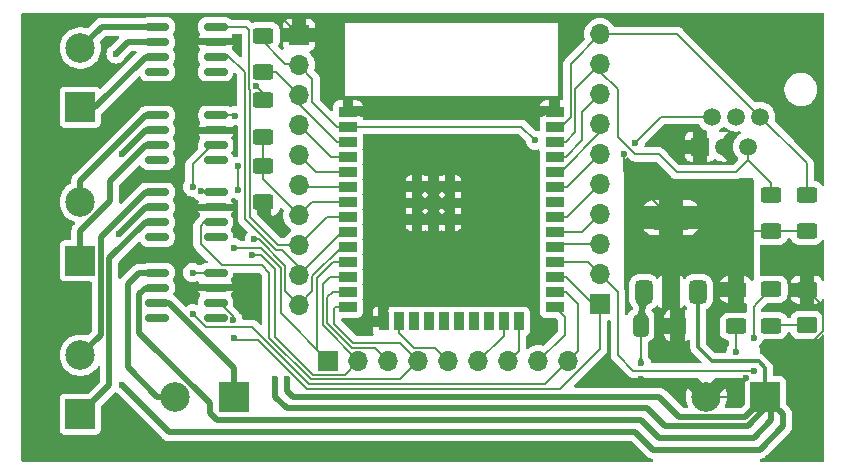
<source format=gbr>
%TF.GenerationSoftware,KiCad,Pcbnew,8.0.1*%
%TF.CreationDate,2024-04-27T11:46:23+02:00*%
%TF.ProjectId,driver_v2,64726976-6572-45f7-9632-2e6b69636164,rev?*%
%TF.SameCoordinates,Original*%
%TF.FileFunction,Copper,L1,Top*%
%TF.FilePolarity,Positive*%
%FSLAX46Y46*%
G04 Gerber Fmt 4.6, Leading zero omitted, Abs format (unit mm)*
G04 Created by KiCad (PCBNEW 8.0.1) date 2024-04-27 11:46:23*
%MOMM*%
%LPD*%
G01*
G04 APERTURE LIST*
G04 Aperture macros list*
%AMRoundRect*
0 Rectangle with rounded corners*
0 $1 Rounding radius*
0 $2 $3 $4 $5 $6 $7 $8 $9 X,Y pos of 4 corners*
0 Add a 4 corners polygon primitive as box body*
4,1,4,$2,$3,$4,$5,$6,$7,$8,$9,$2,$3,0*
0 Add four circle primitives for the rounded corners*
1,1,$1+$1,$2,$3*
1,1,$1+$1,$4,$5*
1,1,$1+$1,$6,$7*
1,1,$1+$1,$8,$9*
0 Add four rect primitives between the rounded corners*
20,1,$1+$1,$2,$3,$4,$5,0*
20,1,$1+$1,$4,$5,$6,$7,0*
20,1,$1+$1,$6,$7,$8,$9,0*
20,1,$1+$1,$8,$9,$2,$3,0*%
G04 Aperture macros list end*
%TA.AperFunction,SMDPad,CuDef*%
%ADD10RoundRect,0.150000X0.825000X0.150000X-0.825000X0.150000X-0.825000X-0.150000X0.825000X-0.150000X0*%
%TD*%
%TA.AperFunction,SMDPad,CuDef*%
%ADD11RoundRect,0.250000X0.412500X0.650000X-0.412500X0.650000X-0.412500X-0.650000X0.412500X-0.650000X0*%
%TD*%
%TA.AperFunction,SMDPad,CuDef*%
%ADD12RoundRect,0.250000X0.625000X-0.400000X0.625000X0.400000X-0.625000X0.400000X-0.625000X-0.400000X0*%
%TD*%
%TA.AperFunction,ComponentPad*%
%ADD13R,1.700000X1.700000*%
%TD*%
%TA.AperFunction,ComponentPad*%
%ADD14O,1.700000X1.700000*%
%TD*%
%TA.AperFunction,SMDPad,CuDef*%
%ADD15RoundRect,0.250000X-0.625000X0.400000X-0.625000X-0.400000X0.625000X-0.400000X0.625000X0.400000X0*%
%TD*%
%TA.AperFunction,ComponentPad*%
%ADD16R,2.500000X2.500000*%
%TD*%
%TA.AperFunction,ComponentPad*%
%ADD17C,2.500000*%
%TD*%
%TA.AperFunction,SMDPad,CuDef*%
%ADD18RoundRect,0.250001X-0.624999X0.462499X-0.624999X-0.462499X0.624999X-0.462499X0.624999X0.462499X0*%
%TD*%
%TA.AperFunction,SMDPad,CuDef*%
%ADD19R,1.500000X0.900000*%
%TD*%
%TA.AperFunction,SMDPad,CuDef*%
%ADD20R,0.900000X1.500000*%
%TD*%
%TA.AperFunction,SMDPad,CuDef*%
%ADD21R,0.900000X0.900000*%
%TD*%
%TA.AperFunction,ComponentPad*%
%ADD22C,0.600000*%
%TD*%
%TA.AperFunction,SMDPad,CuDef*%
%ADD23RoundRect,0.375000X0.375000X-0.625000X0.375000X0.625000X-0.375000X0.625000X-0.375000X-0.625000X0*%
%TD*%
%TA.AperFunction,SMDPad,CuDef*%
%ADD24RoundRect,0.500000X1.400000X-0.500000X1.400000X0.500000X-1.400000X0.500000X-1.400000X-0.500000X0*%
%TD*%
%TA.AperFunction,ComponentPad*%
%ADD25R,1.520000X1.520000*%
%TD*%
%TA.AperFunction,ComponentPad*%
%ADD26C,1.520000*%
%TD*%
%TA.AperFunction,ViaPad*%
%ADD27C,0.600000*%
%TD*%
%TA.AperFunction,Conductor*%
%ADD28C,0.200000*%
%TD*%
%TA.AperFunction,Conductor*%
%ADD29C,0.520000*%
%TD*%
%TA.AperFunction,Conductor*%
%ADD30C,0.300000*%
%TD*%
G04 APERTURE END LIST*
D10*
%TO.P,IC5,1,NC*%
%TO.N,unconnected-(IC5-NC-Pad1)*%
X120950000Y-84810000D03*
%TO.P,IC5,2,INA*%
%TO.N,Net-(IC1-IO16)*%
X120950000Y-83540000D03*
%TO.P,IC5,3,GND*%
%TO.N,GND*%
X120950000Y-82270000D03*
%TO.P,IC5,4,INB*%
%TO.N,Net-(IC1-IO4)*%
X120950000Y-81000000D03*
%TO.P,IC5,5,OUTB*%
%TO.N,Net-(IC5-OUTB)*%
X116000000Y-81000000D03*
%TO.P,IC5,6,VDD*%
%TO.N,VCC*%
X116000000Y-82270000D03*
%TO.P,IC5,7,OUTA*%
%TO.N,Net-(IC5-OUTA)*%
X116000000Y-83540000D03*
%TO.P,IC5,8,NC*%
%TO.N,unconnected-(IC5-NC-Pad8)*%
X116000000Y-84810000D03*
%TD*%
D11*
%TO.P,C1,1*%
%TO.N,+3.3V*%
X160062500Y-85500000D03*
%TO.P,C1,2*%
%TO.N,GND*%
X156937500Y-85500000D03*
%TD*%
D10*
%TO.P,IC3,1,NC*%
%TO.N,unconnected-(IC3-NC-Pad1)*%
X120975000Y-71500000D03*
%TO.P,IC3,2,INA*%
%TO.N,Net-(IC1-IO26)*%
X120975000Y-70230000D03*
%TO.P,IC3,3,GND*%
%TO.N,GND*%
X120975000Y-68960000D03*
%TO.P,IC3,4,INB*%
%TO.N,Net-(IC1-IO25)*%
X120975000Y-67690000D03*
%TO.P,IC3,5,OUTB*%
%TO.N,Net-(IC3-OUTB)*%
X116025000Y-67690000D03*
%TO.P,IC3,6,VDD*%
%TO.N,VCC*%
X116025000Y-68960000D03*
%TO.P,IC3,7,OUTA*%
%TO.N,Net-(IC3-OUTA)*%
X116025000Y-70230000D03*
%TO.P,IC3,8,NC*%
%TO.N,unconnected-(IC3-NC-Pad8)*%
X116025000Y-71500000D03*
%TD*%
D12*
%TO.P,R7,1*%
%TO.N,GND*%
X125000000Y-75050000D03*
%TO.P,R7,2*%
%TO.N,Net-(IC1-IO35)*%
X125000000Y-71950000D03*
%TD*%
D13*
%TO.P,J4,1,Pin_1*%
%TO.N,Net-(IC1-IO26)*%
X130500000Y-88500000D03*
D14*
%TO.P,J4,2,Pin_2*%
%TO.N,Net-(IC1-IO27)*%
X133040000Y-88500000D03*
%TO.P,J4,3,Pin_3*%
%TO.N,Net-(IC1-IO14)*%
X135580000Y-88500000D03*
%TO.P,J4,4,Pin_4*%
%TO.N,Net-(IC1-IO12)*%
X138120000Y-88500000D03*
%TO.P,J4,5,Pin_5*%
%TO.N,Net-(IC1-IO13)*%
X140660000Y-88500000D03*
%TO.P,J4,6,Pin_6*%
%TO.N,Net-(IC1-IO15)*%
X143200000Y-88500000D03*
%TO.P,J4,7,Pin_7*%
%TO.N,Net-(IC1-IO2)*%
X145740000Y-88500000D03*
%TO.P,J4,8,Pin_8*%
%TO.N,Net-(IC1-IO0)*%
X148280000Y-88500000D03*
%TO.P,J4,9,Pin_9*%
%TO.N,Net-(IC1-IO4)*%
X150820000Y-88500000D03*
%TD*%
D13*
%TO.P,J3,1,Pin_1*%
%TO.N,Net-(IC1-IO16)*%
X153500000Y-83660000D03*
D14*
%TO.P,J3,2,Pin_2*%
%TO.N,Net-(IC1-IO17)*%
X153500000Y-81120000D03*
%TO.P,J3,3,Pin_3*%
%TO.N,Net-(IC1-IO5)*%
X153500000Y-78580000D03*
%TO.P,J3,4,Pin_4*%
%TO.N,Net-(IC1-IO18)*%
X153500000Y-76040000D03*
%TO.P,J3,5,Pin_5*%
%TO.N,Net-(IC1-IO19)*%
X153500000Y-73500000D03*
%TO.P,J3,6,Pin_6*%
%TO.N,Net-(IC1-IO21)*%
X153500000Y-70960000D03*
%TO.P,J3,7,Pin_7*%
%TO.N,Net-(IC1-RXD0{slash}IO3)*%
X153500000Y-68420000D03*
%TO.P,J3,8,Pin_8*%
%TO.N,Net-(IC1-TXD0{slash}IO1)*%
X153500000Y-65880000D03*
%TO.P,J3,9,Pin_9*%
%TO.N,Net-(IC1-IO22)*%
X153500000Y-63340000D03*
%TO.P,J3,10,Pin_10*%
%TO.N,Net-(IC1-IO23)*%
X153500000Y-60800000D03*
%TD*%
D15*
%TO.P,R2,1*%
%TO.N,Net-(IC1-IO22)*%
X168000000Y-74400000D03*
%TO.P,R2,2*%
%TO.N,+3.3V*%
X168000000Y-77500000D03*
%TD*%
D16*
%TO.P,M2,1,Pin_1*%
%TO.N,Net-(IC3-OUTA)*%
X109500000Y-80000000D03*
D17*
%TO.P,M2,2,Pin_2*%
%TO.N,Net-(IC3-OUTB)*%
X109500000Y-75000000D03*
%TD*%
D12*
%TO.P,R4,1*%
%TO.N,Net-(IC1-EN)*%
X125000000Y-64050000D03*
%TO.P,R4,2*%
%TO.N,+3.3V*%
X125000000Y-60950000D03*
%TD*%
%TO.P,R6,1*%
%TO.N,Net-(IC1-IO35)*%
X125000000Y-69500000D03*
%TO.P,R6,2*%
%TO.N,VCC*%
X125000000Y-66400000D03*
%TD*%
D18*
%TO.P,LED,1,K*%
%TO.N,GND*%
X171000000Y-82462500D03*
%TO.P,LED,2,A*%
%TO.N,Net-(D1-A)*%
X171000000Y-85437500D03*
%TD*%
D19*
%TO.P,IC1,1,GND*%
%TO.N,GND*%
X132150000Y-67380000D03*
%TO.P,IC1,2,VDD*%
%TO.N,+3.3V*%
X132150000Y-68650000D03*
%TO.P,IC1,3,EN*%
%TO.N,Net-(IC1-EN)*%
X132150000Y-69920000D03*
%TO.P,IC1,4,SENSOR_VP*%
%TO.N,Net-(IC1-SENSOR_VP)*%
X132150000Y-71190000D03*
%TO.P,IC1,5,SENSOR_VN*%
%TO.N,Net-(IC1-SENSOR_VN)*%
X132150000Y-72460000D03*
%TO.P,IC1,6,IO34*%
%TO.N,Net-(IC1-IO34)*%
X132150000Y-73730000D03*
%TO.P,IC1,7,IO35*%
%TO.N,Net-(IC1-IO35)*%
X132150000Y-75000000D03*
%TO.P,IC1,8,IO32*%
%TO.N,Net-(IC1-IO32)*%
X132150000Y-76270000D03*
%TO.P,IC1,9,IO33*%
%TO.N,Net-(IC1-IO33)*%
X132150000Y-77540000D03*
%TO.P,IC1,10,IO25*%
%TO.N,Net-(IC1-IO25)*%
X132150000Y-78810000D03*
%TO.P,IC1,11,IO26*%
%TO.N,Net-(IC1-IO26)*%
X132150000Y-80080000D03*
%TO.P,IC1,12,IO27*%
%TO.N,Net-(IC1-IO27)*%
X132150000Y-81350000D03*
%TO.P,IC1,13,IO14*%
%TO.N,Net-(IC1-IO14)*%
X132150000Y-82620000D03*
%TO.P,IC1,14,IO12*%
%TO.N,Net-(IC1-IO12)*%
X132150000Y-83890000D03*
D20*
%TO.P,IC1,15,GND*%
%TO.N,GND*%
X135185000Y-85140000D03*
%TO.P,IC1,16,IO13*%
%TO.N,Net-(IC1-IO13)*%
X136455000Y-85140000D03*
%TO.P,IC1,17,NC*%
%TO.N,unconnected-(IC1-NC-Pad17)*%
X137725000Y-85140000D03*
%TO.P,IC1,18,NC*%
%TO.N,unconnected-(IC1-NC-Pad18)*%
X138995000Y-85140000D03*
%TO.P,IC1,19,NC*%
%TO.N,unconnected-(IC1-NC-Pad19)*%
X140265000Y-85140000D03*
%TO.P,IC1,20,NC*%
%TO.N,unconnected-(IC1-NC-Pad20)*%
X141535000Y-85140000D03*
%TO.P,IC1,21,NC*%
%TO.N,unconnected-(IC1-NC-Pad21)*%
X142805000Y-85140000D03*
%TO.P,IC1,22,NC*%
%TO.N,unconnected-(IC1-NC-Pad22)*%
X144075000Y-85140000D03*
%TO.P,IC1,23,IO15*%
%TO.N,Net-(IC1-IO15)*%
X145345000Y-85140000D03*
%TO.P,IC1,24,IO2*%
%TO.N,Net-(IC1-IO2)*%
X146615000Y-85140000D03*
D19*
%TO.P,IC1,25,IO0*%
%TO.N,Net-(IC1-IO0)*%
X149650000Y-83890000D03*
%TO.P,IC1,26,IO4*%
%TO.N,Net-(IC1-IO4)*%
X149650000Y-82620000D03*
%TO.P,IC1,27,IO16*%
%TO.N,Net-(IC1-IO16)*%
X149650000Y-81350000D03*
%TO.P,IC1,28,IO17*%
%TO.N,Net-(IC1-IO17)*%
X149650000Y-80080000D03*
%TO.P,IC1,29,IO5*%
%TO.N,Net-(IC1-IO5)*%
X149650000Y-78810000D03*
%TO.P,IC1,30,IO18*%
%TO.N,Net-(IC1-IO18)*%
X149650000Y-77540000D03*
%TO.P,IC1,31,IO19*%
%TO.N,Net-(IC1-IO19)*%
X149650000Y-76270000D03*
%TO.P,IC1,32,NC*%
%TO.N,unconnected-(IC1-NC-Pad32)*%
X149650000Y-75000000D03*
%TO.P,IC1,33,IO21*%
%TO.N,Net-(IC1-IO21)*%
X149650000Y-73730000D03*
%TO.P,IC1,34,RXD0/IO3*%
%TO.N,Net-(IC1-RXD0{slash}IO3)*%
X149650000Y-72460000D03*
%TO.P,IC1,35,TXD0/IO1*%
%TO.N,Net-(IC1-TXD0{slash}IO1)*%
X149650000Y-71190000D03*
%TO.P,IC1,36,IO22*%
%TO.N,Net-(IC1-IO22)*%
X149650000Y-69920000D03*
%TO.P,IC1,37,IO23*%
%TO.N,Net-(IC1-IO23)*%
X149650000Y-68650000D03*
%TO.P,IC1,38,GND*%
%TO.N,GND*%
X149650000Y-67380000D03*
D21*
%TO.P,IC1,39,GND*%
X138000000Y-73700000D03*
D22*
X138000000Y-74400000D03*
D21*
X138000000Y-75100000D03*
D22*
X138000000Y-75800000D03*
D21*
X138000000Y-76500000D03*
D22*
X138700000Y-73700000D03*
X138700000Y-75100000D03*
X138700000Y-76500000D03*
D21*
X139400000Y-73700000D03*
D22*
X139400000Y-74400000D03*
D21*
X139400000Y-75100000D03*
D22*
X139400000Y-75800000D03*
D21*
X139400000Y-76500000D03*
D22*
X140100000Y-73700000D03*
X140100000Y-75100000D03*
X140100000Y-76500000D03*
D21*
X140800000Y-73700000D03*
D22*
X140800000Y-74400000D03*
D21*
X140800000Y-75100000D03*
D22*
X140800000Y-75800000D03*
D21*
X140800000Y-76500000D03*
%TD*%
D15*
%TO.P,R3,1*%
%TO.N,Net-(IC1-IO17)*%
X168000000Y-82400000D03*
%TO.P,R3,2*%
%TO.N,Net-(D1-A)*%
X168000000Y-85500000D03*
%TD*%
D16*
%TO.P,BAT,1,Pin_1*%
%TO.N,VCC*%
X167500000Y-91500000D03*
D17*
%TO.P,BAT,2,Pin_2*%
%TO.N,GND*%
X162500000Y-91500000D03*
%TD*%
D23*
%TO.P,U1,1,GND*%
%TO.N,GND*%
X157200000Y-82650000D03*
%TO.P,U1,2,VO*%
%TO.N,+3.3V*%
X159500000Y-82650000D03*
D24*
X159500000Y-76350000D03*
D23*
%TO.P,U1,3,VI*%
%TO.N,VCC*%
X161800000Y-82650000D03*
%TD*%
D12*
%TO.P,R5,1*%
%TO.N,Net-(IC1-IO0)*%
X165000000Y-85550000D03*
%TO.P,R5,2*%
%TO.N,+3.3V*%
X165000000Y-82450000D03*
%TD*%
D25*
%TO.P,RJ12,1*%
%TO.N,GND*%
X161950000Y-70340000D03*
D26*
%TO.P,RJ12,2*%
%TO.N,+3.3V*%
X162970000Y-67800000D03*
%TO.P,RJ12,3*%
%TO.N,GND*%
X163990000Y-70340000D03*
%TO.P,RJ12,4*%
%TO.N,unconnected-(J1-Pad4)*%
X165010000Y-67800000D03*
%TO.P,RJ12,5*%
%TO.N,Net-(IC1-IO22)*%
X166030000Y-70340000D03*
%TO.P,RJ12,6*%
%TO.N,Net-(IC1-IO23)*%
X167050000Y-67800000D03*
%TD*%
D13*
%TO.P,J2,1,Pin_1*%
%TO.N,GND*%
X128000000Y-60880000D03*
D14*
%TO.P,J2,2,Pin_2*%
%TO.N,+3.3V*%
X128000000Y-63420000D03*
%TO.P,J2,3,Pin_3*%
%TO.N,Net-(IC1-EN)*%
X128000000Y-65960000D03*
%TO.P,J2,4,Pin_4*%
%TO.N,Net-(IC1-SENSOR_VP)*%
X128000000Y-68500000D03*
%TO.P,J2,5,Pin_5*%
%TO.N,Net-(IC1-SENSOR_VN)*%
X128000000Y-71040000D03*
%TO.P,J2,6,Pin_6*%
%TO.N,Net-(IC1-IO34)*%
X128000000Y-73580000D03*
%TO.P,J2,7,Pin_7*%
%TO.N,Net-(IC1-IO35)*%
X128000000Y-76120000D03*
%TO.P,J2,8,Pin_8*%
%TO.N,Net-(IC1-IO32)*%
X128000000Y-78660000D03*
%TO.P,J2,9,Pin_9*%
%TO.N,Net-(IC1-IO33)*%
X128000000Y-81200000D03*
%TO.P,J2,10,Pin_10*%
%TO.N,Net-(IC1-IO25)*%
X128000000Y-83740000D03*
%TD*%
D10*
%TO.P,IC2,1,NC*%
%TO.N,unconnected-(IC2-NC-Pad1)*%
X120950000Y-64000000D03*
%TO.P,IC2,2,INA*%
%TO.N,Net-(IC1-IO33)*%
X120950000Y-62730000D03*
%TO.P,IC2,3,GND*%
%TO.N,GND*%
X120950000Y-61460000D03*
%TO.P,IC2,4,INB*%
%TO.N,Net-(IC1-IO32)*%
X120950000Y-60190000D03*
%TO.P,IC2,5,OUTB*%
%TO.N,Net-(IC2-OUTB)*%
X116000000Y-60190000D03*
%TO.P,IC2,6,VDD*%
%TO.N,VCC*%
X116000000Y-61460000D03*
%TO.P,IC2,7,OUTA*%
%TO.N,Net-(IC2-OUTA)*%
X116000000Y-62730000D03*
%TO.P,IC2,8,NC*%
%TO.N,unconnected-(IC2-NC-Pad8)*%
X116000000Y-64000000D03*
%TD*%
D16*
%TO.P,M4,1,Pin_1*%
%TO.N,Net-(IC5-OUTA)*%
X122500000Y-91500000D03*
D17*
%TO.P,M4,2,Pin_2*%
%TO.N,Net-(IC5-OUTB)*%
X117500000Y-91500000D03*
%TD*%
D16*
%TO.P,M3,1,Pin_1*%
%TO.N,Net-(IC4-OUTA)*%
X109500000Y-93000000D03*
D17*
%TO.P,M3,2,Pin_2*%
%TO.N,Net-(IC4-OUTB)*%
X109500000Y-88000000D03*
%TD*%
D10*
%TO.P,IC4,1,NC*%
%TO.N,unconnected-(IC4-NC-Pad1)*%
X120950000Y-78000000D03*
%TO.P,IC4,2,INA*%
%TO.N,Net-(IC1-IO12)*%
X120950000Y-76730000D03*
%TO.P,IC4,3,GND*%
%TO.N,GND*%
X120950000Y-75460000D03*
%TO.P,IC4,4,INB*%
%TO.N,Net-(IC1-IO27)*%
X120950000Y-74190000D03*
%TO.P,IC4,5,OUTB*%
%TO.N,Net-(IC4-OUTB)*%
X116000000Y-74190000D03*
%TO.P,IC4,6,VDD*%
%TO.N,VCC*%
X116000000Y-75460000D03*
%TO.P,IC4,7,OUTA*%
%TO.N,Net-(IC4-OUTA)*%
X116000000Y-76730000D03*
%TO.P,IC4,8,NC*%
%TO.N,unconnected-(IC4-NC-Pad8)*%
X116000000Y-78000000D03*
%TD*%
D16*
%TO.P,M1,1,Pin_1*%
%TO.N,Net-(IC2-OUTA)*%
X109500000Y-67000000D03*
D17*
%TO.P,M1,2,Pin_2*%
%TO.N,Net-(IC2-OUTB)*%
X109500000Y-62000000D03*
%TD*%
D15*
%TO.P,R1,1*%
%TO.N,Net-(IC1-IO23)*%
X171000000Y-74400000D03*
%TO.P,R1,2*%
%TO.N,+3.3V*%
X171000000Y-77500000D03*
%TD*%
D27*
%TO.N,GND*%
X168809744Y-89500000D03*
X127000000Y-77500000D03*
X157000000Y-90000000D03*
X157000000Y-88696446D03*
X165896446Y-89896446D03*
%TO.N,VCC*%
X113000000Y-71000000D03*
X124400000Y-65200000D03*
X126000000Y-90000000D03*
X112500000Y-62500000D03*
X112750000Y-77735001D03*
X113000000Y-90500000D03*
X127000000Y-90000000D03*
%TO.N,+3.3V*%
X156500000Y-70000000D03*
X155541587Y-70958413D03*
X148000000Y-69810000D03*
%TO.N,Net-(IC1-IO16)*%
X122500000Y-86500000D03*
X122424897Y-84984956D03*
%TO.N,Net-(IC1-IO4)*%
X119012224Y-84487776D03*
X119000000Y-81000000D03*
%TO.N,Net-(IC1-IO17)*%
X166500000Y-89296446D03*
X166500000Y-86500000D03*
%TO.N,Net-(IC1-IO0)*%
X165000000Y-87700000D03*
%TO.N,Net-(IC1-IO26)*%
X119000000Y-73760000D03*
X122500000Y-78900000D03*
%TO.N,Net-(IC1-IO27)*%
X119721220Y-74106186D03*
X124000000Y-79500000D03*
%TO.N,Net-(IC1-IO25)*%
X124240000Y-78182893D03*
X122630881Y-67705685D03*
X122825000Y-74000000D03*
X122825000Y-72000000D03*
%TD*%
D28*
%TO.N,GND*%
X156937500Y-88633946D02*
X156937500Y-85500000D01*
X156937500Y-82912500D02*
X157200000Y-82650000D01*
X128000000Y-60880000D02*
X126520000Y-59400000D01*
X172400000Y-85909744D02*
X172400000Y-83862500D01*
X125000000Y-75500000D02*
X127000000Y-77500000D01*
X164500000Y-91500000D02*
X165896446Y-90103554D01*
X119975001Y-61270000D02*
X120950000Y-61270000D01*
X172400000Y-83862500D02*
X171000000Y-82462500D01*
X165896446Y-90103554D02*
X165896446Y-89896446D01*
X157000000Y-90000000D02*
X161000000Y-90000000D01*
X138700000Y-76500000D02*
X139400000Y-76500000D01*
X140100000Y-76500000D02*
X139400000Y-76500000D01*
X161000000Y-90000000D02*
X162500000Y-91500000D01*
X157000000Y-88696446D02*
X156937500Y-88633946D01*
X164500000Y-91500000D02*
X162500000Y-91500000D01*
X168809744Y-89500000D02*
X172400000Y-85909744D01*
X125000000Y-75050000D02*
X125000000Y-75500000D01*
X156937500Y-85500000D02*
X156937500Y-82912500D01*
D29*
%TO.N,VCC*%
X115050001Y-68960000D02*
X115040000Y-68960000D01*
X115025001Y-82270000D02*
X116000000Y-82270000D01*
X112500000Y-62500000D02*
X113540000Y-61460000D01*
X159000000Y-94000000D02*
X166000000Y-94000000D01*
X114500000Y-82795001D02*
X115025001Y-82270000D01*
X167000000Y-96000000D02*
X158000000Y-96000000D01*
X113540000Y-61460000D02*
X116000000Y-61460000D01*
X169000000Y-94000000D02*
X167000000Y-96000000D01*
X166500000Y-95000000D02*
X158500000Y-95000000D01*
X114500000Y-86081694D02*
X114500000Y-82795001D01*
X127500000Y-91500000D02*
X158500000Y-91500000D01*
D28*
X125000000Y-66400000D02*
X125000000Y-65800000D01*
D29*
X120500000Y-92081694D02*
X114500000Y-86081694D01*
X120500000Y-92920000D02*
X120500000Y-92081694D01*
X121080000Y-93500000D02*
X120500000Y-92920000D01*
D30*
X167500000Y-89080761D02*
X167500000Y-91500000D01*
X161800000Y-87300000D02*
X163000000Y-88500000D01*
D29*
X117000000Y-94500000D02*
X113000000Y-90500000D01*
D30*
X166919239Y-88500000D02*
X167500000Y-89080761D01*
D29*
X167500000Y-91500000D02*
X168000000Y-92000000D01*
X157000000Y-93500000D02*
X121080000Y-93500000D01*
X115025001Y-75460000D02*
X116000000Y-75460000D01*
X165790000Y-93210000D02*
X167500000Y-91500000D01*
X127000000Y-91000000D02*
X127500000Y-91500000D01*
X126000000Y-90000000D02*
X126000000Y-91500000D01*
X166000000Y-94000000D02*
X167500000Y-92500000D01*
X158500000Y-91500000D02*
X160210000Y-93210000D01*
X115050001Y-68960000D02*
X116025000Y-68960000D01*
X158500000Y-95000000D02*
X157000000Y-93500000D01*
X112750000Y-77735001D02*
X115025001Y-75460000D01*
X158000000Y-96000000D02*
X156500000Y-94500000D01*
X157500000Y-92500000D02*
X159000000Y-94000000D01*
D30*
X161800000Y-82650000D02*
X161800000Y-87300000D01*
D28*
X125000000Y-66400000D02*
X124675025Y-66400000D01*
D29*
X169000000Y-93000000D02*
X169000000Y-94000000D01*
X167500000Y-91500000D02*
X169000000Y-93000000D01*
D30*
X163000000Y-88500000D02*
X166919239Y-88500000D01*
D29*
X115040000Y-68960000D02*
X113000000Y-71000000D01*
X127000000Y-90000000D02*
X127000000Y-91000000D01*
X127000000Y-92500000D02*
X157500000Y-92500000D01*
X156500000Y-94500000D02*
X117000000Y-94500000D01*
X167500000Y-92500000D02*
X167500000Y-91500000D01*
X126000000Y-91500000D02*
X127000000Y-92500000D01*
X168000000Y-93500000D02*
X166500000Y-95000000D01*
X168000000Y-92000000D02*
X168000000Y-93500000D01*
X160210000Y-93210000D02*
X165790000Y-93210000D01*
D28*
X125000000Y-65800000D02*
X124400000Y-65200000D01*
%TO.N,+3.3V*%
X168000000Y-77500000D02*
X165000000Y-77500000D01*
X124500000Y-60950000D02*
X126850000Y-63300000D01*
X155541587Y-70958413D02*
X155608413Y-70958413D01*
X131200000Y-68650000D02*
X129150000Y-66600000D01*
X155541587Y-72391587D02*
X155541587Y-70958413D01*
X129150000Y-66600000D02*
X129150000Y-64570000D01*
X159500000Y-76350000D02*
X155541587Y-72391587D01*
X148000000Y-69810000D02*
X146840000Y-68650000D01*
X132150000Y-68650000D02*
X131200000Y-68650000D01*
X126850000Y-63300000D02*
X127880000Y-63300000D01*
X160062500Y-85500000D02*
X160062500Y-83212500D01*
X171000000Y-77500000D02*
X168000000Y-77500000D01*
X129150000Y-64570000D02*
X128000000Y-63420000D01*
X165000000Y-77500000D02*
X163850000Y-76350000D01*
X160062500Y-83212500D02*
X159500000Y-82650000D01*
X146840000Y-68650000D02*
X132150000Y-68650000D01*
X163850000Y-76350000D02*
X159500000Y-76350000D01*
X127880000Y-63300000D02*
X128000000Y-63420000D01*
X158700000Y-67800000D02*
X162970000Y-67800000D01*
X165000000Y-82450000D02*
X165000000Y-77500000D01*
X156500000Y-70000000D02*
X158700000Y-67800000D01*
%TO.N,Net-(IC1-IO23)*%
X171000000Y-74400000D02*
X171000000Y-71750000D01*
X150180000Y-68650000D02*
X151000000Y-67830000D01*
X160050000Y-60800000D02*
X153500000Y-60800000D01*
X167050000Y-67800000D02*
X160050000Y-60800000D01*
X149650000Y-68650000D02*
X150180000Y-68650000D01*
X151000000Y-63300000D02*
X153500000Y-60800000D01*
X171000000Y-71750000D02*
X167050000Y-67800000D01*
X151000000Y-67830000D02*
X151000000Y-63300000D01*
%TO.N,Net-(IC1-IO14)*%
X130400000Y-83100000D02*
X130400000Y-85294314D01*
X134430000Y-87350000D02*
X135580000Y-88500000D01*
X132150000Y-82620000D02*
X130880000Y-82620000D01*
X130400000Y-85294314D02*
X132455686Y-87350000D01*
X132455686Y-87350000D02*
X134430000Y-87350000D01*
X130880000Y-82620000D02*
X130400000Y-83100000D01*
%TO.N,Net-(IC1-IO16)*%
X150600000Y-81350000D02*
X152910000Y-83660000D01*
X149650000Y-81350000D02*
X150600000Y-81350000D01*
X150150000Y-90850000D02*
X153500000Y-87500000D01*
X124575737Y-86707107D02*
X128718630Y-90850000D01*
X122707107Y-86707107D02*
X124575737Y-86707107D01*
X122424897Y-84984956D02*
X122424897Y-84669345D01*
X153500000Y-87500000D02*
X153500000Y-83660000D01*
X122424897Y-84669345D02*
X121295552Y-83540000D01*
X152910000Y-83660000D02*
X153500000Y-83660000D01*
X121295552Y-83540000D02*
X120950000Y-83540000D01*
X128718630Y-90850000D02*
X150150000Y-90850000D01*
X122500000Y-86500000D02*
X122707107Y-86707107D01*
%TO.N,Net-(IC1-IO4)*%
X150820000Y-88500000D02*
X151670000Y-87650000D01*
X128884315Y-90450000D02*
X148870000Y-90450000D01*
X119000000Y-81000000D02*
X120950000Y-81000000D01*
X121734999Y-81000000D02*
X120950000Y-81000000D01*
X151670000Y-87650000D02*
X151670000Y-83690000D01*
X150600000Y-82620000D02*
X149650000Y-82620000D01*
X148870000Y-90450000D02*
X150820000Y-88500000D01*
X151670000Y-83690000D02*
X150600000Y-82620000D01*
X120109304Y-85584856D02*
X124019172Y-85584856D01*
X124019172Y-85584856D02*
X128884315Y-90450000D01*
X119012224Y-84487776D02*
X120109304Y-85584856D01*
%TO.N,Net-(IC1-IO22)*%
X155000000Y-65500000D02*
X153500000Y-64000000D01*
X151400000Y-69120000D02*
X151400000Y-65440000D01*
X151400000Y-65440000D02*
X153500000Y-63340000D01*
X166030000Y-71470000D02*
X166030000Y-70340000D01*
X168000000Y-74400000D02*
X168000000Y-73440000D01*
X165000000Y-72500000D02*
X160000000Y-72500000D01*
X149650000Y-69920000D02*
X150600000Y-69920000D01*
X153500000Y-64000000D02*
X153500000Y-63340000D01*
X160000000Y-72500000D02*
X158500000Y-71000000D01*
X150600000Y-69920000D02*
X151400000Y-69120000D01*
X166030000Y-71470000D02*
X165000000Y-72500000D01*
X168000000Y-73440000D02*
X166030000Y-71470000D01*
X158500000Y-71000000D02*
X156500000Y-71000000D01*
X155000000Y-69500000D02*
X155000000Y-65500000D01*
X156500000Y-71000000D02*
X155000000Y-69500000D01*
D29*
%TO.N,Net-(IC2-OUTA)*%
X115025001Y-62730000D02*
X110755001Y-67000000D01*
X116000000Y-62730000D02*
X115025001Y-62730000D01*
X110755001Y-67000000D02*
X109500000Y-67000000D01*
%TO.N,Net-(IC2-OUTB)*%
X116000000Y-60190000D02*
X111310000Y-60190000D01*
X111310000Y-60190000D02*
X109500000Y-62000000D01*
%TO.N,Net-(IC3-OUTA)*%
X112033956Y-74966044D02*
X109500000Y-77500000D01*
X115050001Y-70230000D02*
X112033956Y-73246045D01*
X112033956Y-73246045D02*
X112033956Y-74966044D01*
X116025000Y-70230000D02*
X115050001Y-70230000D01*
X109500000Y-77500000D02*
X109500000Y-80000000D01*
%TO.N,Net-(IC3-OUTB)*%
X115050001Y-67690000D02*
X109500000Y-73240001D01*
X116025000Y-67690000D02*
X115050001Y-67690000D01*
X109500000Y-73240001D02*
X109500000Y-75000000D01*
%TO.N,Net-(IC4-OUTB)*%
X111240000Y-86260000D02*
X111240000Y-77975001D01*
X115025001Y-74190000D02*
X116000000Y-74190000D01*
X111240000Y-77975001D02*
X115025001Y-74190000D01*
X109500000Y-88000000D02*
X111240000Y-86260000D01*
%TO.N,Net-(IC4-OUTA)*%
X111960000Y-79795001D02*
X115025001Y-76730000D01*
X109500000Y-93000000D02*
X111960000Y-90540000D01*
X115025001Y-76730000D02*
X116000000Y-76730000D01*
X111960000Y-90540000D02*
X111960000Y-79795001D01*
%TO.N,Net-(IC5-OUTB)*%
X116000000Y-81000000D02*
X115025001Y-81000000D01*
X114500000Y-81000000D02*
X113500000Y-82000000D01*
X116000000Y-91500000D02*
X118000000Y-91500000D01*
X113500000Y-89000000D02*
X116000000Y-91500000D01*
X115525001Y-81000000D02*
X114500000Y-81000000D01*
X113500000Y-82000000D02*
X113500000Y-89000000D01*
%TO.N,Net-(IC5-OUTA)*%
X116000000Y-83540000D02*
X116974999Y-83540000D01*
X122000000Y-91500000D02*
X123000000Y-91500000D01*
X122500000Y-89065001D02*
X122500000Y-91500000D01*
X116974999Y-83540000D02*
X122500000Y-89065001D01*
D28*
%TO.N,Net-(D1-A)*%
X171000000Y-85437500D02*
X168062500Y-85437500D01*
X168062500Y-85437500D02*
X168000000Y-85500000D01*
%TO.N,Net-(IC1-IO12)*%
X119675000Y-77030001D02*
X119675000Y-78575000D01*
X129050000Y-90050000D02*
X125500000Y-86500000D01*
X131000000Y-84000000D02*
X131000000Y-85328628D01*
X132621372Y-86950000D02*
X136570000Y-86950000D01*
X119675000Y-78575000D02*
X121500000Y-80400000D01*
X136570000Y-86950000D02*
X138120000Y-88500000D01*
X124900000Y-80400000D02*
X125500000Y-81000000D01*
X131110000Y-83890000D02*
X131000000Y-84000000D01*
X138120000Y-88500000D02*
X136570000Y-90050000D01*
X132150000Y-83890000D02*
X131110000Y-83890000D01*
X120950000Y-76730000D02*
X119975001Y-76730000D01*
X125500000Y-86500000D02*
X125500000Y-81000000D01*
X119975001Y-76730000D02*
X119675000Y-77030001D01*
X121500000Y-80400000D02*
X124900000Y-80400000D01*
X131000000Y-85328628D02*
X132621372Y-86950000D01*
X136570000Y-90050000D02*
X129050000Y-90050000D01*
%TO.N,Net-(IC1-SENSOR_VN)*%
X129420000Y-72460000D02*
X128000000Y-71040000D01*
X132150000Y-72460000D02*
X129420000Y-72460000D01*
%TO.N,Net-(IC1-IO35)*%
X125000000Y-73120000D02*
X128000000Y-76120000D01*
X132150000Y-75000000D02*
X129120000Y-75000000D01*
X125000000Y-69500000D02*
X125000000Y-71950000D01*
X129120000Y-75000000D02*
X128000000Y-76120000D01*
X125000000Y-71950000D02*
X125000000Y-73120000D01*
%TO.N,Net-(IC1-IO19)*%
X150730000Y-76270000D02*
X153500000Y-73500000D01*
X149650000Y-76270000D02*
X150730000Y-76270000D01*
%TO.N,Net-(IC1-SENSOR_VP)*%
X130690000Y-71190000D02*
X128000000Y-68500000D01*
X132150000Y-71190000D02*
X130690000Y-71190000D01*
%TO.N,Net-(IC1-IO18)*%
X149650000Y-77540000D02*
X152000000Y-77540000D01*
X152000000Y-77540000D02*
X153500000Y-76040000D01*
%TO.N,Net-(IC1-EN)*%
X126090000Y-64050000D02*
X128000000Y-65960000D01*
X128000000Y-66720000D02*
X128000000Y-65960000D01*
X132150000Y-69920000D02*
X131200000Y-69920000D01*
X131200000Y-69920000D02*
X128000000Y-66720000D01*
X124500000Y-64050000D02*
X126090000Y-64050000D01*
%TO.N,Net-(IC1-IO17)*%
X149650000Y-80080000D02*
X152460000Y-80080000D01*
X168000000Y-82400000D02*
X166825000Y-83575000D01*
X155000000Y-88000000D02*
X155000000Y-82620000D01*
X153500000Y-81120000D02*
X152460000Y-80080000D01*
X166500000Y-89296446D02*
X156296446Y-89296446D01*
X166500000Y-83900000D02*
X166500000Y-86500000D01*
X166825000Y-83575000D02*
X166500000Y-83900000D01*
X155000000Y-82620000D02*
X153500000Y-81120000D01*
X156296446Y-89296446D02*
X155000000Y-88000000D01*
%TO.N,Net-(IC1-RXD0{slash}IO3)*%
X150180000Y-72460000D02*
X153500000Y-69140000D01*
X153500000Y-69140000D02*
X153500000Y-68420000D01*
X149650000Y-72460000D02*
X150180000Y-72460000D01*
%TO.N,Net-(IC1-IO5)*%
X149880000Y-78580000D02*
X149650000Y-78810000D01*
X153500000Y-78580000D02*
X149880000Y-78580000D01*
%TO.N,Net-(IC1-IO21)*%
X149650000Y-73730000D02*
X150730000Y-73730000D01*
X150730000Y-73730000D02*
X153500000Y-70960000D01*
%TO.N,Net-(IC1-TXD0{slash}IO1)*%
X152000000Y-67380000D02*
X153500000Y-65880000D01*
X152000000Y-69790000D02*
X152000000Y-67380000D01*
X149650000Y-71190000D02*
X150600000Y-71190000D01*
X150600000Y-71190000D02*
X152000000Y-69790000D01*
%TO.N,Net-(IC1-IO15)*%
X145345000Y-85140000D02*
X145345000Y-86355000D01*
X145345000Y-86355000D02*
X143200000Y-88500000D01*
%TO.N,Net-(IC1-IO2)*%
X146615000Y-87625000D02*
X145740000Y-88500000D01*
X146615000Y-85140000D02*
X146615000Y-87625000D01*
%TO.N,Net-(IC1-IO0)*%
X150500000Y-86280000D02*
X148280000Y-88500000D01*
X150500000Y-84740000D02*
X150500000Y-86280000D01*
X165000000Y-85550000D02*
X165000000Y-87700000D01*
X149650000Y-83890000D02*
X150500000Y-84740000D01*
%TO.N,Net-(IC1-IO13)*%
X137715000Y-87350000D02*
X139510000Y-87350000D01*
X139510000Y-87350000D02*
X140660000Y-88500000D01*
X136455000Y-85140000D02*
X136455000Y-86090000D01*
X136455000Y-86090000D02*
X137715000Y-87350000D01*
%TO.N,Net-(IC1-IO26)*%
X119000000Y-71859448D02*
X119000000Y-73760000D01*
X119065687Y-71793761D02*
X119000000Y-71859448D01*
X130920000Y-80080000D02*
X129550000Y-81450000D01*
X120975000Y-70230000D02*
X121730000Y-70230000D01*
X120629448Y-70230000D02*
X120975000Y-70230000D01*
X129550000Y-81450000D02*
X129550000Y-85000000D01*
X126450000Y-80598629D02*
X126450000Y-84450000D01*
X132150000Y-80080000D02*
X130920000Y-80080000D01*
X122500000Y-78900000D02*
X124751372Y-78900000D01*
X126450000Y-84450000D02*
X130500000Y-88500000D01*
X119065687Y-71793761D02*
X120629448Y-70230000D01*
X129550000Y-87550000D02*
X130500000Y-88500000D01*
X129550000Y-85000000D02*
X129550000Y-87550000D01*
X124751372Y-78900000D02*
X126450000Y-80598629D01*
%TO.N,Net-(IC1-IO33)*%
X123400000Y-64015001D02*
X121924999Y-62540000D01*
X123400000Y-67074316D02*
X123400000Y-64015001D01*
X131660000Y-77540000D02*
X128000000Y-81200000D01*
X126560000Y-79060000D02*
X126042742Y-79060000D01*
X128000000Y-81200000D02*
X128000000Y-80500000D01*
X121924999Y-62540000D02*
X120950000Y-62540000D01*
X128000000Y-80500000D02*
X126560000Y-79060000D01*
X126042742Y-79060000D02*
X123425000Y-76442256D01*
X132150000Y-77540000D02*
X131660000Y-77540000D01*
X123425000Y-76442256D02*
X123425000Y-67099316D01*
X123425000Y-67099316D02*
X123400000Y-67074316D01*
%TO.N,Net-(IC1-IO27)*%
X130650000Y-81350000D02*
X130000000Y-82000000D01*
X124785686Y-79500000D02*
X126000000Y-80714314D01*
X119721220Y-74106186D02*
X119805034Y-74190000D01*
X132150000Y-81350000D02*
X130650000Y-81350000D01*
X124000000Y-79500000D02*
X124785686Y-79500000D01*
X126000000Y-86434314D02*
X129215686Y-89650000D01*
X119805034Y-74190000D02*
X120950000Y-74190000D01*
X126000000Y-80714314D02*
X126000000Y-86434314D01*
X130000000Y-82000000D02*
X130000000Y-85460000D01*
X130000000Y-85460000D02*
X133040000Y-88500000D01*
X131890000Y-89650000D02*
X133040000Y-88500000D01*
X129215686Y-89650000D02*
X131890000Y-89650000D01*
%TO.N,Net-(IC1-IO25)*%
X122825000Y-72000000D02*
X122825000Y-74000000D01*
X120975000Y-67690000D02*
X122615196Y-67690000D01*
X132150000Y-78810000D02*
X131620000Y-78810000D01*
X126850000Y-82590000D02*
X128000000Y-83740000D01*
X122615196Y-67690000D02*
X122630881Y-67705685D01*
X129150000Y-81280000D02*
X129150000Y-82590000D01*
X124240000Y-78182893D02*
X124599950Y-78182893D01*
X124599950Y-78182893D02*
X126850000Y-80432943D01*
X126850000Y-80432943D02*
X126850000Y-82590000D01*
X129150000Y-82590000D02*
X128000000Y-83740000D01*
X131620000Y-78810000D02*
X129150000Y-81280000D01*
%TO.N,Net-(IC1-IO32)*%
X123825000Y-76276571D02*
X123825000Y-65473529D01*
X123500000Y-60190000D02*
X120950000Y-60190000D01*
X123800000Y-60490000D02*
X123500000Y-60190000D01*
X132150000Y-76270000D02*
X130390000Y-76270000D01*
X123800000Y-65448529D02*
X123800000Y-60490000D01*
X126208428Y-78660000D02*
X123825000Y-76276571D01*
X128000000Y-78660000D02*
X126208428Y-78660000D01*
X123825000Y-65473529D02*
X123800000Y-65448529D01*
X130390000Y-76270000D02*
X128000000Y-78660000D01*
%TO.N,Net-(IC1-IO34)*%
X132150000Y-73730000D02*
X128150000Y-73730000D01*
X128150000Y-73730000D02*
X128000000Y-73580000D01*
%TD*%
%TA.AperFunction,Conductor*%
%TO.N,+3.3V*%
G36*
X155868716Y-71233797D02*
G01*
X155913063Y-71262298D01*
X156015139Y-71364374D01*
X156015149Y-71364385D01*
X156019479Y-71368715D01*
X156019480Y-71368716D01*
X156131284Y-71480520D01*
X156131286Y-71480521D01*
X156131290Y-71480524D01*
X156240882Y-71543796D01*
X156268216Y-71559577D01*
X156367172Y-71586092D01*
X156420942Y-71600500D01*
X156420943Y-71600500D01*
X158199903Y-71600500D01*
X158266942Y-71620185D01*
X158287584Y-71636819D01*
X159515139Y-72864374D01*
X159515149Y-72864385D01*
X159519479Y-72868715D01*
X159519480Y-72868716D01*
X159631284Y-72980520D01*
X159631286Y-72980521D01*
X159631290Y-72980524D01*
X159768209Y-73059573D01*
X159768216Y-73059577D01*
X159880019Y-73089534D01*
X159920942Y-73100500D01*
X159920943Y-73100500D01*
X164913331Y-73100500D01*
X164913347Y-73100501D01*
X164920943Y-73100501D01*
X165079054Y-73100501D01*
X165079057Y-73100501D01*
X165231785Y-73059577D01*
X165281900Y-73030640D01*
X165281904Y-73030640D01*
X165281904Y-73030639D01*
X165306200Y-73016611D01*
X165368199Y-73000000D01*
X166376000Y-73000000D01*
X166443039Y-73019685D01*
X166488794Y-73072489D01*
X166500000Y-73124000D01*
X166500000Y-81602719D01*
X166480315Y-81669758D01*
X166427511Y-81715513D01*
X166358353Y-81725457D01*
X166294797Y-81696432D01*
X166270462Y-81667816D01*
X166217319Y-81581659D01*
X166217316Y-81581655D01*
X166093345Y-81457684D01*
X165944124Y-81365643D01*
X165944119Y-81365641D01*
X165777697Y-81310494D01*
X165777690Y-81310493D01*
X165674986Y-81300000D01*
X165650000Y-81300000D01*
X165650000Y-83599999D01*
X165674972Y-83599999D01*
X165674986Y-83599998D01*
X165784431Y-83588818D01*
X165784648Y-83590947D01*
X165844181Y-83595402D01*
X165899977Y-83637457D01*
X165924178Y-83703001D01*
X165920241Y-83743534D01*
X165899499Y-83820943D01*
X165899499Y-83989046D01*
X165899500Y-83989059D01*
X165899500Y-84285120D01*
X165879815Y-84352159D01*
X165827011Y-84397914D01*
X165762898Y-84408478D01*
X165675011Y-84399500D01*
X164324998Y-84399500D01*
X164324981Y-84399501D01*
X164222203Y-84410000D01*
X164222200Y-84410001D01*
X164055668Y-84465185D01*
X164055663Y-84465187D01*
X163906342Y-84557289D01*
X163782289Y-84681342D01*
X163690187Y-84830663D01*
X163690186Y-84830666D01*
X163635001Y-84997203D01*
X163635001Y-84997204D01*
X163635000Y-84997204D01*
X163624500Y-85099983D01*
X163624500Y-86000001D01*
X163624501Y-86000019D01*
X163635000Y-86102796D01*
X163635001Y-86102799D01*
X163667214Y-86200009D01*
X163690186Y-86269334D01*
X163782288Y-86418656D01*
X163906344Y-86542712D01*
X164055666Y-86634814D01*
X164222203Y-86689999D01*
X164288103Y-86696731D01*
X164352794Y-86723127D01*
X164392945Y-86780307D01*
X164399500Y-86820089D01*
X164399500Y-87117587D01*
X164379815Y-87184626D01*
X164372450Y-87194896D01*
X164370186Y-87197734D01*
X164274211Y-87350476D01*
X164214631Y-87520745D01*
X164214630Y-87520750D01*
X164194435Y-87699996D01*
X164194435Y-87699998D01*
X164195744Y-87711614D01*
X164183691Y-87780436D01*
X164136343Y-87831816D01*
X164072524Y-87849500D01*
X163320808Y-87849500D01*
X163253769Y-87829815D01*
X163233127Y-87813181D01*
X162486819Y-87066873D01*
X162453334Y-87005550D01*
X162450500Y-86979192D01*
X162450500Y-84192537D01*
X162470185Y-84125498D01*
X162519402Y-84081450D01*
X162649296Y-84017030D01*
X162797722Y-83897722D01*
X162917030Y-83749296D01*
X163001641Y-83578693D01*
X163047600Y-83393889D01*
X163050500Y-83351123D01*
X163050500Y-83100000D01*
X163667737Y-83100000D01*
X163690641Y-83169120D01*
X163782684Y-83318345D01*
X163906654Y-83442315D01*
X164055875Y-83534356D01*
X164055880Y-83534358D01*
X164222302Y-83589505D01*
X164222309Y-83589506D01*
X164325019Y-83599999D01*
X164350000Y-83599998D01*
X164350000Y-83100000D01*
X163667737Y-83100000D01*
X163050500Y-83100000D01*
X163050499Y-81948878D01*
X163047600Y-81906111D01*
X163021211Y-81800000D01*
X163667737Y-81800000D01*
X164350000Y-81800000D01*
X164350000Y-81299999D01*
X164325029Y-81300000D01*
X164325010Y-81300001D01*
X164222302Y-81310494D01*
X164055880Y-81365641D01*
X164055875Y-81365643D01*
X163906654Y-81457684D01*
X163782684Y-81581654D01*
X163690641Y-81730879D01*
X163667737Y-81800000D01*
X163021211Y-81800000D01*
X163001641Y-81721307D01*
X162942827Y-81602719D01*
X162917032Y-81550707D01*
X162917030Y-81550704D01*
X162797722Y-81402278D01*
X162797721Y-81402277D01*
X162649295Y-81282969D01*
X162649292Y-81282967D01*
X162478697Y-81198360D01*
X162293892Y-81152400D01*
X162272506Y-81150950D01*
X162251123Y-81149500D01*
X162251120Y-81149500D01*
X161348877Y-81149500D01*
X161348874Y-81149501D01*
X161306113Y-81152399D01*
X161306112Y-81152399D01*
X161121303Y-81198360D01*
X160950707Y-81282967D01*
X160950704Y-81282969D01*
X160802280Y-81402276D01*
X160802278Y-81402278D01*
X160774625Y-81436678D01*
X160746326Y-81471885D01*
X160688982Y-81511803D01*
X160619160Y-81514383D01*
X160559027Y-81478804D01*
X160553031Y-81471884D01*
X160497364Y-81402630D01*
X160349025Y-81283392D01*
X160250000Y-81234280D01*
X160250000Y-84057000D01*
X160267580Y-84057000D01*
X160349027Y-84016606D01*
X160497366Y-83897367D01*
X160497367Y-83897366D01*
X160553033Y-83828115D01*
X160610376Y-83788196D01*
X160680198Y-83785616D01*
X160740331Y-83821194D01*
X160746305Y-83828089D01*
X160802278Y-83897722D01*
X160839535Y-83927670D01*
X160879453Y-83985012D01*
X160882033Y-84054834D01*
X160846455Y-84114967D01*
X160784014Y-84146319D01*
X160725711Y-84142223D01*
X160725000Y-84142737D01*
X160725000Y-86857262D01*
X160794118Y-86834359D01*
X160943342Y-86742317D01*
X160948586Y-86738171D01*
X161013380Y-86712029D01*
X161082023Y-86725067D01*
X161132720Y-86773146D01*
X161149500Y-86835435D01*
X161149500Y-87364069D01*
X161149500Y-87364071D01*
X161149499Y-87364071D01*
X161174497Y-87489738D01*
X161174499Y-87489744D01*
X161223535Y-87608127D01*
X161284922Y-87700000D01*
X161294726Y-87714673D01*
X161294727Y-87714674D01*
X162064319Y-88484265D01*
X162097804Y-88545588D01*
X162092820Y-88615279D01*
X162050948Y-88671213D01*
X161985484Y-88695630D01*
X161976638Y-88695946D01*
X157916322Y-88695946D01*
X157849283Y-88676261D01*
X157803528Y-88623457D01*
X157793102Y-88585829D01*
X157785369Y-88517196D01*
X157785368Y-88517194D01*
X157785368Y-88517191D01*
X157725789Y-88346924D01*
X157629816Y-88194184D01*
X157574319Y-88138687D01*
X157540834Y-88077364D01*
X157538000Y-88051006D01*
X157538000Y-86967874D01*
X157557685Y-86900835D01*
X157610489Y-86855080D01*
X157622988Y-86850170D01*
X157669334Y-86834814D01*
X157818656Y-86742712D01*
X157942712Y-86618656D01*
X158034814Y-86469334D01*
X158089999Y-86302797D01*
X158100500Y-86200009D01*
X158100500Y-86162500D01*
X158900001Y-86162500D01*
X158900001Y-86199986D01*
X158910494Y-86302697D01*
X158965641Y-86469119D01*
X158965643Y-86469124D01*
X159057684Y-86618345D01*
X159181654Y-86742315D01*
X159330881Y-86834359D01*
X159399999Y-86857262D01*
X159400000Y-86857262D01*
X159400000Y-86162500D01*
X158900001Y-86162500D01*
X158100500Y-86162500D01*
X158100499Y-84837500D01*
X158900000Y-84837500D01*
X159400000Y-84837500D01*
X159400000Y-84193000D01*
X159286524Y-84193000D01*
X159181654Y-84257684D01*
X159057684Y-84381654D01*
X158965643Y-84530875D01*
X158965641Y-84530880D01*
X158910494Y-84697302D01*
X158910493Y-84697309D01*
X158900000Y-84800013D01*
X158900000Y-84837500D01*
X158100499Y-84837500D01*
X158100499Y-84799992D01*
X158089999Y-84697203D01*
X158034814Y-84530666D01*
X157942712Y-84381344D01*
X157856582Y-84295214D01*
X157823097Y-84233891D01*
X157828081Y-84164199D01*
X157869953Y-84108266D01*
X157889157Y-84096451D01*
X158049296Y-84017030D01*
X158197722Y-83897722D01*
X158253675Y-83828112D01*
X158311015Y-83788196D01*
X158380837Y-83785616D01*
X158440970Y-83821194D01*
X158446967Y-83828115D01*
X158502632Y-83897366D01*
X158502633Y-83897367D01*
X158650972Y-84016606D01*
X158750000Y-84065719D01*
X158750000Y-81234280D01*
X158650974Y-81283392D01*
X158502635Y-81402631D01*
X158446967Y-81471885D01*
X158389624Y-81511803D01*
X158319801Y-81514383D01*
X158259669Y-81478804D01*
X158253673Y-81471884D01*
X158197722Y-81402278D01*
X158197721Y-81402277D01*
X158049295Y-81282969D01*
X158049292Y-81282967D01*
X157878697Y-81198360D01*
X157693892Y-81152400D01*
X157672506Y-81150950D01*
X157651123Y-81149500D01*
X157651120Y-81149500D01*
X156748877Y-81149500D01*
X156748874Y-81149501D01*
X156706113Y-81152399D01*
X156706112Y-81152399D01*
X156521303Y-81198360D01*
X156350707Y-81282967D01*
X156350704Y-81282969D01*
X156202278Y-81402277D01*
X156202277Y-81402278D01*
X156082969Y-81550704D01*
X156082967Y-81550707D01*
X155998360Y-81721302D01*
X155952400Y-81906107D01*
X155949500Y-81948879D01*
X155949500Y-83351122D01*
X155949501Y-83351125D01*
X155952399Y-83393886D01*
X155952399Y-83393887D01*
X155998360Y-83578696D01*
X156082967Y-83749292D01*
X156082969Y-83749295D01*
X156202275Y-83897719D01*
X156202276Y-83897720D01*
X156202278Y-83897722D01*
X156261346Y-83945202D01*
X156301264Y-84002544D01*
X156303844Y-84072366D01*
X156268266Y-84132499D01*
X156222664Y-84159553D01*
X156205672Y-84165183D01*
X156205663Y-84165187D01*
X156056342Y-84257289D01*
X155932289Y-84381342D01*
X155840187Y-84530663D01*
X155837136Y-84537209D01*
X155834357Y-84535913D01*
X155802415Y-84582031D01*
X155737894Y-84608841D01*
X155669121Y-84596513D01*
X155617930Y-84548961D01*
X155600500Y-84485567D01*
X155600500Y-82540945D01*
X155600500Y-82540943D01*
X155559577Y-82388216D01*
X155538391Y-82351522D01*
X155516612Y-82313797D01*
X155500000Y-82251798D01*
X155500000Y-77350000D01*
X157232969Y-77350000D01*
X157260722Y-77403131D01*
X157389246Y-77560753D01*
X157546870Y-77689278D01*
X157727138Y-77783442D01*
X157922671Y-77839390D01*
X157922674Y-77839391D01*
X158041999Y-77849999D01*
X158042002Y-77850000D01*
X158500000Y-77850000D01*
X158500000Y-77350000D01*
X160500000Y-77350000D01*
X160500000Y-77850000D01*
X160957998Y-77850000D01*
X160958000Y-77849999D01*
X161077325Y-77839391D01*
X161077328Y-77839390D01*
X161272861Y-77783442D01*
X161453129Y-77689278D01*
X161610753Y-77560753D01*
X161739277Y-77403131D01*
X161767031Y-77350000D01*
X160500000Y-77350000D01*
X158500000Y-77350000D01*
X157232969Y-77350000D01*
X155500000Y-77350000D01*
X155500000Y-75350000D01*
X157232969Y-75350000D01*
X158500000Y-75350000D01*
X158500000Y-74850000D01*
X160500000Y-74850000D01*
X160500000Y-75350000D01*
X161767031Y-75350000D01*
X161767030Y-75349999D01*
X161739277Y-75296868D01*
X161610753Y-75139246D01*
X161453129Y-75010721D01*
X161272861Y-74916557D01*
X161077328Y-74860609D01*
X161077325Y-74860608D01*
X160958000Y-74850000D01*
X160500000Y-74850000D01*
X158500000Y-74850000D01*
X158041999Y-74850000D01*
X157922674Y-74860608D01*
X157922671Y-74860609D01*
X157727138Y-74916557D01*
X157546870Y-75010721D01*
X157389246Y-75139246D01*
X157260722Y-75296868D01*
X157232969Y-75349999D01*
X157232969Y-75350000D01*
X155500000Y-75350000D01*
X155500000Y-71551361D01*
X155519685Y-71484322D01*
X155536314Y-71463685D01*
X155737703Y-71262296D01*
X155799024Y-71228813D01*
X155868716Y-71233797D01*
G37*
%TD.AperFunction*%
%TD*%
%TA.AperFunction,Conductor*%
%TO.N,GND*%
G36*
X172442539Y-59020185D02*
G01*
X172488294Y-59072989D01*
X172499500Y-59124500D01*
X172499500Y-73550957D01*
X172479815Y-73617996D01*
X172427011Y-73663751D01*
X172357853Y-73673695D01*
X172294297Y-73644670D01*
X172269961Y-73616054D01*
X172269449Y-73615224D01*
X172217712Y-73531344D01*
X172093656Y-73407288D01*
X171992936Y-73345164D01*
X171944336Y-73315187D01*
X171944331Y-73315185D01*
X171942862Y-73314698D01*
X171777797Y-73260001D01*
X171777794Y-73260000D01*
X171711897Y-73253268D01*
X171647205Y-73226871D01*
X171607054Y-73169690D01*
X171600500Y-73129910D01*
X171600500Y-71839060D01*
X171600501Y-71839047D01*
X171600501Y-71670944D01*
X171600501Y-71670943D01*
X171559577Y-71518216D01*
X171559573Y-71518209D01*
X171480524Y-71381290D01*
X171480518Y-71381282D01*
X169918838Y-69819602D01*
X168309280Y-68210045D01*
X168275796Y-68148723D01*
X168277188Y-68090270D01*
X168290486Y-68040643D01*
X168296092Y-68019720D01*
X168315315Y-67800000D01*
X168296092Y-67580280D01*
X168239007Y-67367237D01*
X168145795Y-67167343D01*
X168019288Y-66986671D01*
X168019286Y-66986668D01*
X167863330Y-66830712D01*
X167682662Y-66704207D01*
X167682654Y-66704203D01*
X167482769Y-66610995D01*
X167482755Y-66610990D01*
X167269724Y-66553909D01*
X167269722Y-66553908D01*
X167269720Y-66553908D01*
X167269718Y-66553907D01*
X167269714Y-66553907D01*
X167050002Y-66534685D01*
X167049998Y-66534685D01*
X166830285Y-66553907D01*
X166830271Y-66553910D01*
X166759726Y-66572812D01*
X166689877Y-66571149D01*
X166639953Y-66540718D01*
X165709456Y-65610221D01*
X169099500Y-65610221D01*
X169133985Y-65827952D01*
X169202103Y-66037603D01*
X169202104Y-66037606D01*
X169270122Y-66171096D01*
X169282507Y-66195403D01*
X169302187Y-66234025D01*
X169431752Y-66412358D01*
X169431756Y-66412363D01*
X169587636Y-66568243D01*
X169587641Y-66568247D01*
X169743192Y-66681260D01*
X169765978Y-66697815D01*
X169894375Y-66763237D01*
X169962393Y-66797895D01*
X169962396Y-66797896D01*
X170067221Y-66831955D01*
X170172049Y-66866015D01*
X170389778Y-66900500D01*
X170389779Y-66900500D01*
X170610221Y-66900500D01*
X170610222Y-66900500D01*
X170827951Y-66866015D01*
X171037606Y-66797895D01*
X171234022Y-66697815D01*
X171412365Y-66568242D01*
X171568242Y-66412365D01*
X171697815Y-66234022D01*
X171797895Y-66037606D01*
X171866015Y-65827951D01*
X171900500Y-65610222D01*
X171900500Y-65389778D01*
X171866015Y-65172049D01*
X171816443Y-65019480D01*
X171797896Y-64962396D01*
X171797895Y-64962393D01*
X171763237Y-64894375D01*
X171697815Y-64765978D01*
X171626689Y-64668081D01*
X171568247Y-64587641D01*
X171568243Y-64587636D01*
X171412363Y-64431756D01*
X171412358Y-64431752D01*
X171234025Y-64302187D01*
X171234024Y-64302186D01*
X171234022Y-64302185D01*
X171171096Y-64270122D01*
X171037606Y-64202104D01*
X171037603Y-64202103D01*
X170827952Y-64133985D01*
X170622325Y-64101417D01*
X170610222Y-64099500D01*
X170389778Y-64099500D01*
X170377675Y-64101417D01*
X170172047Y-64133985D01*
X169962396Y-64202103D01*
X169962393Y-64202104D01*
X169765974Y-64302187D01*
X169587641Y-64431752D01*
X169587636Y-64431756D01*
X169431756Y-64587636D01*
X169431752Y-64587641D01*
X169302187Y-64765974D01*
X169202104Y-64962393D01*
X169202103Y-64962396D01*
X169133985Y-65172047D01*
X169099500Y-65389778D01*
X169099500Y-65610221D01*
X165709456Y-65610221D01*
X160537590Y-60438355D01*
X160537588Y-60438352D01*
X160418717Y-60319481D01*
X160418716Y-60319480D01*
X160312601Y-60258215D01*
X160312600Y-60258214D01*
X160281783Y-60240422D01*
X160225881Y-60225443D01*
X160129057Y-60199499D01*
X159970943Y-60199499D01*
X159963347Y-60199499D01*
X159963331Y-60199500D01*
X154789091Y-60199500D01*
X154722052Y-60179815D01*
X154676711Y-60127909D01*
X154674037Y-60122175D01*
X154674034Y-60122170D01*
X154674033Y-60122169D01*
X154544680Y-59937432D01*
X154538494Y-59928597D01*
X154371402Y-59761506D01*
X154371395Y-59761501D01*
X154177834Y-59625967D01*
X154177830Y-59625965D01*
X154120602Y-59599279D01*
X153963663Y-59526097D01*
X153963659Y-59526096D01*
X153963655Y-59526094D01*
X153735413Y-59464938D01*
X153735403Y-59464936D01*
X153500001Y-59444341D01*
X153499999Y-59444341D01*
X153264596Y-59464936D01*
X153264586Y-59464938D01*
X153036344Y-59526094D01*
X153036335Y-59526098D01*
X152822171Y-59625964D01*
X152822169Y-59625965D01*
X152628597Y-59761505D01*
X152461505Y-59928597D01*
X152325965Y-60122169D01*
X152325964Y-60122171D01*
X152226098Y-60336335D01*
X152226094Y-60336344D01*
X152164938Y-60564586D01*
X152164936Y-60564596D01*
X152144341Y-60799999D01*
X152144341Y-60800000D01*
X152164936Y-61035403D01*
X152164938Y-61035413D01*
X152199327Y-61163756D01*
X152197664Y-61233606D01*
X152167233Y-61283530D01*
X150631286Y-62819478D01*
X150519481Y-62931282D01*
X150519479Y-62931284D01*
X150499861Y-62965266D01*
X150489871Y-62982569D01*
X150440423Y-63068215D01*
X150399499Y-63220943D01*
X150399499Y-63220945D01*
X150399499Y-63389046D01*
X150399500Y-63389059D01*
X150399500Y-66306000D01*
X150379815Y-66373039D01*
X150327011Y-66418794D01*
X150275500Y-66430000D01*
X150100000Y-66430000D01*
X150100000Y-67575500D01*
X150080315Y-67642539D01*
X150027511Y-67688294D01*
X149976000Y-67699500D01*
X148852129Y-67699500D01*
X148852123Y-67699501D01*
X148792516Y-67705908D01*
X148657671Y-67756202D01*
X148657668Y-67756204D01*
X148592129Y-67805267D01*
X148526664Y-67829684D01*
X148517818Y-67830000D01*
X148400000Y-67830000D01*
X148400000Y-67877844D01*
X148406401Y-67937372D01*
X148406403Y-67937379D01*
X148418925Y-67970952D01*
X148423909Y-68040643D01*
X148418925Y-68057617D01*
X148405909Y-68092514D01*
X148405908Y-68092516D01*
X148399501Y-68152116D01*
X148399500Y-68152135D01*
X148399500Y-68926937D01*
X148379815Y-68993976D01*
X148327011Y-69039731D01*
X148257853Y-69049675D01*
X148234547Y-69043979D01*
X148179249Y-69024630D01*
X148179252Y-69024630D01*
X148092330Y-69014837D01*
X148027916Y-68987770D01*
X148018533Y-68979298D01*
X147327590Y-68288355D01*
X147327588Y-68288352D01*
X147208717Y-68169481D01*
X147208716Y-68169480D01*
X147121904Y-68119360D01*
X147121904Y-68119359D01*
X147121900Y-68119358D01*
X147071785Y-68090423D01*
X146919057Y-68049499D01*
X146760943Y-68049499D01*
X146753347Y-68049499D01*
X146753331Y-68049500D01*
X133519589Y-68049500D01*
X133452550Y-68029815D01*
X133406795Y-67977011D01*
X133396300Y-67912242D01*
X133399999Y-67877839D01*
X133400000Y-67877827D01*
X133400000Y-67830000D01*
X133282182Y-67830000D01*
X133215143Y-67810315D01*
X133207871Y-67805267D01*
X133142331Y-67756204D01*
X133142328Y-67756202D01*
X133007482Y-67705908D01*
X133007483Y-67705908D01*
X132947883Y-67699501D01*
X132947881Y-67699500D01*
X132947873Y-67699500D01*
X132947865Y-67699500D01*
X131824000Y-67699500D01*
X131756961Y-67679815D01*
X131711206Y-67627011D01*
X131700000Y-67575500D01*
X131700000Y-66430000D01*
X132600000Y-66430000D01*
X132600000Y-66930000D01*
X133400000Y-66930000D01*
X148400000Y-66930000D01*
X149200000Y-66930000D01*
X149200000Y-66430000D01*
X148852155Y-66430000D01*
X148792627Y-66436401D01*
X148792620Y-66436403D01*
X148657913Y-66486645D01*
X148657906Y-66486649D01*
X148542812Y-66572809D01*
X148542809Y-66572812D01*
X148456649Y-66687906D01*
X148456645Y-66687913D01*
X148406403Y-66822620D01*
X148406401Y-66822627D01*
X148400000Y-66882155D01*
X148400000Y-66930000D01*
X133400000Y-66930000D01*
X133400000Y-66882172D01*
X133399999Y-66882155D01*
X133393598Y-66822627D01*
X133393596Y-66822620D01*
X133343354Y-66687913D01*
X133343350Y-66687906D01*
X133257190Y-66572812D01*
X133257187Y-66572809D01*
X133142093Y-66486649D01*
X133142086Y-66486645D01*
X133007379Y-66436403D01*
X133007372Y-66436401D01*
X132947844Y-66430000D01*
X132600000Y-66430000D01*
X131700000Y-66430000D01*
X131352155Y-66430000D01*
X131292627Y-66436401D01*
X131292620Y-66436403D01*
X131157913Y-66486645D01*
X131157906Y-66486649D01*
X131042812Y-66572809D01*
X131042809Y-66572812D01*
X130956649Y-66687906D01*
X130956645Y-66687913D01*
X130906403Y-66822620D01*
X130906401Y-66822627D01*
X130900000Y-66882155D01*
X130900000Y-67201402D01*
X130880315Y-67268441D01*
X130827511Y-67314196D01*
X130758353Y-67324140D01*
X130694797Y-67295115D01*
X130688319Y-67289083D01*
X129786819Y-66387583D01*
X129753334Y-66326260D01*
X129750500Y-66299902D01*
X129750500Y-64659060D01*
X129750501Y-64659047D01*
X129750501Y-64490944D01*
X129750501Y-64490943D01*
X129709577Y-64338216D01*
X129682739Y-64291730D01*
X129630524Y-64201290D01*
X129630518Y-64201282D01*
X129332766Y-63903530D01*
X129299281Y-63842207D01*
X129300672Y-63783755D01*
X129335063Y-63655408D01*
X129355659Y-63420000D01*
X129335063Y-63184592D01*
X129280932Y-62982569D01*
X129273905Y-62956344D01*
X129273904Y-62956343D01*
X129273903Y-62956337D01*
X129174035Y-62742171D01*
X129135977Y-62687819D01*
X129038496Y-62548600D01*
X128989892Y-62499996D01*
X128916179Y-62426283D01*
X128882696Y-62364963D01*
X128887680Y-62295271D01*
X128929551Y-62239337D01*
X128960529Y-62222422D01*
X129092086Y-62173354D01*
X129092093Y-62173350D01*
X129207187Y-62087190D01*
X129207190Y-62087187D01*
X129293350Y-61972093D01*
X129293354Y-61972086D01*
X129343596Y-61837379D01*
X129343598Y-61837372D01*
X129349999Y-61777844D01*
X129350000Y-61777827D01*
X129350000Y-61480000D01*
X126650000Y-61480000D01*
X126650000Y-61777844D01*
X126656401Y-61837372D01*
X126656403Y-61837379D01*
X126706911Y-61972799D01*
X126711895Y-62042491D01*
X126678410Y-62103814D01*
X126617086Y-62137298D01*
X126547395Y-62132314D01*
X126503048Y-62103813D01*
X126287109Y-61887874D01*
X126253624Y-61826551D01*
X126258608Y-61756859D01*
X126269248Y-61735101D01*
X126309814Y-61669334D01*
X126364999Y-61502797D01*
X126375500Y-61400009D01*
X126375499Y-60945826D01*
X127500000Y-60945826D01*
X127534075Y-61072993D01*
X127599901Y-61187007D01*
X127692993Y-61280099D01*
X127807007Y-61345925D01*
X127934174Y-61380000D01*
X128065826Y-61380000D01*
X128192993Y-61345925D01*
X128307007Y-61280099D01*
X128400099Y-61187007D01*
X128465925Y-61072993D01*
X128500000Y-60945826D01*
X128500000Y-60814174D01*
X128465925Y-60687007D01*
X128400099Y-60572993D01*
X128307007Y-60479901D01*
X128192993Y-60414075D01*
X128065826Y-60380000D01*
X127934174Y-60380000D01*
X127807007Y-60414075D01*
X127692993Y-60479901D01*
X127599901Y-60572993D01*
X127534075Y-60687007D01*
X127500000Y-60814174D01*
X127500000Y-60945826D01*
X126375499Y-60945826D01*
X126375499Y-60499992D01*
X126369202Y-60438352D01*
X126364999Y-60397203D01*
X126364998Y-60397200D01*
X126341761Y-60327076D01*
X126326162Y-60280000D01*
X126650000Y-60280000D01*
X127400000Y-60280000D01*
X127400000Y-59530000D01*
X128600000Y-59530000D01*
X128600000Y-60280000D01*
X129350000Y-60280000D01*
X129350000Y-59982172D01*
X129349999Y-59982155D01*
X129343598Y-59922627D01*
X129343596Y-59922620D01*
X129331430Y-59890000D01*
X131900000Y-59890000D01*
X131900000Y-66080000D01*
X149900000Y-66080000D01*
X149900000Y-59890000D01*
X131900000Y-59890000D01*
X129331430Y-59890000D01*
X129293354Y-59787913D01*
X129293350Y-59787906D01*
X129207190Y-59672812D01*
X129207187Y-59672809D01*
X129092093Y-59586649D01*
X129092086Y-59586645D01*
X128957379Y-59536403D01*
X128957372Y-59536401D01*
X128897844Y-59530000D01*
X128600000Y-59530000D01*
X127400000Y-59530000D01*
X127102155Y-59530000D01*
X127042627Y-59536401D01*
X127042620Y-59536403D01*
X126907913Y-59586645D01*
X126907906Y-59586649D01*
X126792812Y-59672809D01*
X126792809Y-59672812D01*
X126706649Y-59787906D01*
X126706645Y-59787913D01*
X126656403Y-59922620D01*
X126656401Y-59922627D01*
X126650000Y-59982155D01*
X126650000Y-60280000D01*
X126326162Y-60280000D01*
X126309814Y-60230666D01*
X126217712Y-60081344D01*
X126093656Y-59957288D01*
X125944334Y-59865186D01*
X125777797Y-59810001D01*
X125777795Y-59810000D01*
X125675010Y-59799500D01*
X124324998Y-59799500D01*
X124324981Y-59799501D01*
X124222203Y-59810000D01*
X124222200Y-59810001D01*
X124104800Y-59848904D01*
X124034971Y-59851306D01*
X123978115Y-59818879D01*
X123868717Y-59709481D01*
X123868709Y-59709475D01*
X123745143Y-59638135D01*
X123745140Y-59638134D01*
X123745131Y-59638129D01*
X123731785Y-59630423D01*
X123579057Y-59589499D01*
X123420943Y-59589499D01*
X123413347Y-59589499D01*
X123413331Y-59589500D01*
X122295808Y-59589500D01*
X122228769Y-59569815D01*
X122208126Y-59553180D01*
X122176870Y-59521923D01*
X122176862Y-59521917D01*
X122035396Y-59438255D01*
X122035393Y-59438254D01*
X121877573Y-59392402D01*
X121877567Y-59392401D01*
X121840701Y-59389500D01*
X121840694Y-59389500D01*
X120059306Y-59389500D01*
X120059298Y-59389500D01*
X120022432Y-59392401D01*
X120022426Y-59392402D01*
X119864606Y-59438254D01*
X119864603Y-59438255D01*
X119723137Y-59521917D01*
X119723129Y-59521923D01*
X119606923Y-59638129D01*
X119606919Y-59638135D01*
X119523254Y-59779604D01*
X119477402Y-59937426D01*
X119477401Y-59937432D01*
X119474500Y-59974298D01*
X119474500Y-60405701D01*
X119477401Y-60442567D01*
X119477402Y-60442573D01*
X119523254Y-60600393D01*
X119523255Y-60600396D01*
X119606917Y-60741862D01*
X119611702Y-60748031D01*
X119609369Y-60749840D01*
X119636210Y-60798995D01*
X119631226Y-60868687D01*
X119610470Y-60901021D01*
X119612097Y-60902283D01*
X119607313Y-60908449D01*
X119523718Y-61049801D01*
X119491704Y-61160000D01*
X122408296Y-61160000D01*
X122376281Y-61049801D01*
X122333594Y-60977621D01*
X122316411Y-60909897D01*
X122338571Y-60843635D01*
X122393037Y-60799871D01*
X122440326Y-60790500D01*
X123075500Y-60790500D01*
X123142539Y-60810185D01*
X123188294Y-60862989D01*
X123199500Y-60914500D01*
X123199500Y-62665904D01*
X123179815Y-62732943D01*
X123127011Y-62778698D01*
X123057853Y-62788642D01*
X122994297Y-62759617D01*
X122987819Y-62753585D01*
X122412589Y-62178355D01*
X122412587Y-62178352D01*
X122343269Y-62109034D01*
X122309784Y-62047711D01*
X122314768Y-61978019D01*
X122324218Y-61958231D01*
X122376282Y-61870196D01*
X122408296Y-61760000D01*
X119491704Y-61760000D01*
X119523718Y-61870198D01*
X119607314Y-62011552D01*
X119612100Y-62017722D01*
X119609640Y-62019629D01*
X119636210Y-62068288D01*
X119631226Y-62137980D01*
X119610162Y-62170781D01*
X119611699Y-62171974D01*
X119606915Y-62178140D01*
X119523255Y-62319603D01*
X119523254Y-62319606D01*
X119477402Y-62477426D01*
X119477401Y-62477432D01*
X119474500Y-62514298D01*
X119474500Y-62945701D01*
X119477401Y-62982567D01*
X119477402Y-62982570D01*
X119523254Y-63140393D01*
X119523255Y-63140396D01*
X119606917Y-63281862D01*
X119611702Y-63288031D01*
X119609256Y-63289927D01*
X119635857Y-63338642D01*
X119630873Y-63408334D01*
X119610069Y-63440703D01*
X119611702Y-63441969D01*
X119606917Y-63448137D01*
X119523255Y-63589603D01*
X119523254Y-63589606D01*
X119477402Y-63747426D01*
X119477401Y-63747432D01*
X119474500Y-63784298D01*
X119474500Y-64215701D01*
X119477401Y-64252567D01*
X119477402Y-64252573D01*
X119523254Y-64410393D01*
X119523255Y-64410396D01*
X119606917Y-64551862D01*
X119606923Y-64551870D01*
X119723129Y-64668076D01*
X119723133Y-64668079D01*
X119723135Y-64668081D01*
X119864602Y-64751744D01*
X119906224Y-64763836D01*
X120022426Y-64797597D01*
X120022429Y-64797597D01*
X120022431Y-64797598D01*
X120059306Y-64800500D01*
X120059314Y-64800500D01*
X121840686Y-64800500D01*
X121840694Y-64800500D01*
X121877569Y-64797598D01*
X121877571Y-64797597D01*
X121877573Y-64797597D01*
X121919191Y-64785505D01*
X122035398Y-64751744D01*
X122176865Y-64668081D01*
X122293081Y-64551865D01*
X122376744Y-64410398D01*
X122422598Y-64252569D01*
X122425500Y-64215694D01*
X122425500Y-64189098D01*
X122445185Y-64122059D01*
X122497989Y-64076304D01*
X122567147Y-64066360D01*
X122630703Y-64095385D01*
X122637181Y-64101417D01*
X122763181Y-64227417D01*
X122796666Y-64288740D01*
X122799500Y-64315098D01*
X122799500Y-66780362D01*
X122779815Y-66847401D01*
X122727011Y-66893156D01*
X122661619Y-66903583D01*
X122650362Y-66902314D01*
X122630881Y-66900120D01*
X122630879Y-66900120D01*
X122630878Y-66900120D01*
X122630877Y-66900120D01*
X122451631Y-66920315D01*
X122451618Y-66920318D01*
X122281359Y-66979895D01*
X122272375Y-66985540D01*
X122205137Y-67004537D01*
X122143287Y-66987276D01*
X122060398Y-66938256D01*
X122060397Y-66938255D01*
X122060396Y-66938255D01*
X122060393Y-66938254D01*
X121902573Y-66892402D01*
X121902567Y-66892401D01*
X121865701Y-66889500D01*
X121865694Y-66889500D01*
X120084306Y-66889500D01*
X120084298Y-66889500D01*
X120047432Y-66892401D01*
X120047426Y-66892402D01*
X119889606Y-66938254D01*
X119889603Y-66938255D01*
X119748137Y-67021917D01*
X119748129Y-67021923D01*
X119631923Y-67138129D01*
X119631917Y-67138137D01*
X119548255Y-67279603D01*
X119548254Y-67279606D01*
X119502402Y-67437426D01*
X119502401Y-67437432D01*
X119499500Y-67474298D01*
X119499500Y-67905701D01*
X119502401Y-67942567D01*
X119502402Y-67942573D01*
X119548254Y-68100393D01*
X119548255Y-68100396D01*
X119548256Y-68100398D01*
X119559470Y-68119360D01*
X119631917Y-68241862D01*
X119636702Y-68248031D01*
X119634369Y-68249840D01*
X119661210Y-68298995D01*
X119656226Y-68368687D01*
X119635470Y-68401021D01*
X119637097Y-68402283D01*
X119632313Y-68408449D01*
X119548718Y-68549801D01*
X119516704Y-68660000D01*
X122433297Y-68660000D01*
X122433839Y-68659277D01*
X122434031Y-68591975D01*
X122471973Y-68533305D01*
X122535611Y-68504461D01*
X122566792Y-68504029D01*
X122630878Y-68511250D01*
X122630881Y-68511250D01*
X122630882Y-68511250D01*
X122644609Y-68509703D01*
X122686616Y-68504970D01*
X122755437Y-68517024D01*
X122806817Y-68564373D01*
X122824500Y-68628190D01*
X122824500Y-71083677D01*
X122804815Y-71150716D01*
X122752011Y-71196471D01*
X122714384Y-71206897D01*
X122645748Y-71214630D01*
X122580752Y-71237373D01*
X122510973Y-71240934D01*
X122450346Y-71206204D01*
X122420723Y-71154926D01*
X122401745Y-71089606D01*
X122401744Y-71089603D01*
X122401744Y-71089602D01*
X122318081Y-70948135D01*
X122318078Y-70948132D01*
X122313298Y-70941969D01*
X122315750Y-70940066D01*
X122289155Y-70891421D01*
X122294104Y-70821726D01*
X122314940Y-70789304D01*
X122313298Y-70788031D01*
X122318075Y-70781870D01*
X122318081Y-70781865D01*
X122401744Y-70640398D01*
X122438555Y-70513694D01*
X122447597Y-70482573D01*
X122447598Y-70482567D01*
X122447998Y-70477481D01*
X122450500Y-70445694D01*
X122450500Y-70014306D01*
X122447598Y-69977431D01*
X122431106Y-69920667D01*
X122401745Y-69819606D01*
X122401744Y-69819603D01*
X122401744Y-69819602D01*
X122318081Y-69678135D01*
X122318078Y-69678132D01*
X122313298Y-69671969D01*
X122315635Y-69670155D01*
X122288798Y-69621050D01*
X122293756Y-69551356D01*
X122314554Y-69518998D01*
X122312903Y-69517717D01*
X122317686Y-69511550D01*
X122401281Y-69370198D01*
X122433296Y-69260000D01*
X119516704Y-69260000D01*
X119548718Y-69370198D01*
X119632314Y-69511552D01*
X119637100Y-69517722D01*
X119634640Y-69519629D01*
X119661210Y-69568288D01*
X119656226Y-69637980D01*
X119635162Y-69670781D01*
X119636699Y-69671974D01*
X119631915Y-69678140D01*
X119548255Y-69819603D01*
X119548254Y-69819606D01*
X119502402Y-69977426D01*
X119502401Y-69977432D01*
X119499500Y-70014298D01*
X119499500Y-70445711D01*
X119499759Y-70448995D01*
X119485387Y-70517371D01*
X119463821Y-70546390D01*
X118696971Y-71313241D01*
X118696971Y-71313242D01*
X118631286Y-71378926D01*
X118631284Y-71378928D01*
X118519481Y-71490730D01*
X118519475Y-71490738D01*
X118475907Y-71566202D01*
X118475907Y-71566203D01*
X118440423Y-71627662D01*
X118440423Y-71627663D01*
X118399499Y-71780391D01*
X118399499Y-71780393D01*
X118399499Y-71948494D01*
X118399500Y-71948507D01*
X118399500Y-73177587D01*
X118379815Y-73244626D01*
X118372450Y-73254896D01*
X118370186Y-73257734D01*
X118274211Y-73410476D01*
X118214631Y-73580745D01*
X118214630Y-73580750D01*
X118194435Y-73759996D01*
X118194435Y-73760003D01*
X118214630Y-73939249D01*
X118214631Y-73939254D01*
X118274211Y-74109523D01*
X118317134Y-74177834D01*
X118370184Y-74262262D01*
X118497738Y-74389816D01*
X118568701Y-74434405D01*
X118648865Y-74484776D01*
X118650478Y-74485789D01*
X118785159Y-74532916D01*
X118820745Y-74545368D01*
X118820750Y-74545369D01*
X119006920Y-74566345D01*
X119006703Y-74568269D01*
X119064530Y-74585250D01*
X119085669Y-74604334D01*
X119086480Y-74603524D01*
X119091404Y-74608448D01*
X119218958Y-74736002D01*
X119291727Y-74781726D01*
X119371699Y-74831976D01*
X119421662Y-74849458D01*
X119461608Y-74863436D01*
X119518384Y-74904156D01*
X119544132Y-74969108D01*
X119530676Y-75037670D01*
X119527391Y-75043590D01*
X119523719Y-75049798D01*
X119523718Y-75049801D01*
X119491704Y-75160000D01*
X122408296Y-75160000D01*
X122376281Y-75049801D01*
X122292685Y-74908447D01*
X122287900Y-74902278D01*
X122290366Y-74900364D01*
X122263802Y-74851776D01*
X122268749Y-74782082D01*
X122289845Y-74749250D01*
X122288288Y-74748043D01*
X122292377Y-74742770D01*
X122295422Y-74740569D01*
X122297306Y-74737639D01*
X122298630Y-74736316D01*
X122299754Y-74737440D01*
X122349015Y-74701855D01*
X122418781Y-74698056D01*
X122456340Y-74713764D01*
X122475475Y-74725788D01*
X122475478Y-74725789D01*
X122645745Y-74785368D01*
X122714384Y-74793101D01*
X122778796Y-74820166D01*
X122818352Y-74877760D01*
X122824500Y-74916321D01*
X122824500Y-76355585D01*
X122824499Y-76355603D01*
X122824499Y-76363198D01*
X122824499Y-76521313D01*
X122841204Y-76583655D01*
X122865423Y-76674041D01*
X122865426Y-76674046D01*
X122944475Y-76810965D01*
X122944481Y-76810973D01*
X123624479Y-77490971D01*
X123657964Y-77552294D01*
X123652980Y-77621986D01*
X123624484Y-77666329D01*
X123610185Y-77680628D01*
X123514211Y-77833369D01*
X123454631Y-78003638D01*
X123454630Y-78003642D01*
X123433703Y-78189384D01*
X123406637Y-78253797D01*
X123349042Y-78293353D01*
X123310483Y-78299500D01*
X123082412Y-78299500D01*
X123015373Y-78279815D01*
X123005097Y-78272445D01*
X123002263Y-78270185D01*
X123002262Y-78270184D01*
X122932569Y-78226393D01*
X122849523Y-78174211D01*
X122679254Y-78114631D01*
X122679250Y-78114630D01*
X122535616Y-78098447D01*
X122471202Y-78071380D01*
X122431647Y-78013785D01*
X122425500Y-77975227D01*
X122425500Y-77784313D01*
X122425499Y-77784298D01*
X122422598Y-77747432D01*
X122422597Y-77747426D01*
X122388836Y-77631224D01*
X122376744Y-77589602D01*
X122293081Y-77448135D01*
X122293078Y-77448132D01*
X122288298Y-77441969D01*
X122290750Y-77440066D01*
X122264155Y-77391421D01*
X122269104Y-77321726D01*
X122289940Y-77289304D01*
X122288298Y-77288031D01*
X122293075Y-77281870D01*
X122293081Y-77281865D01*
X122376744Y-77140398D01*
X122422598Y-76982569D01*
X122425500Y-76945694D01*
X122425500Y-76514306D01*
X122422598Y-76477431D01*
X122419254Y-76465922D01*
X122387145Y-76355403D01*
X122376744Y-76319602D01*
X122293081Y-76178135D01*
X122293078Y-76178132D01*
X122288298Y-76171969D01*
X122290635Y-76170155D01*
X122263798Y-76121050D01*
X122268756Y-76051356D01*
X122289554Y-76018998D01*
X122287903Y-76017717D01*
X122292686Y-76011550D01*
X122376281Y-75870198D01*
X122408296Y-75760000D01*
X119491704Y-75760000D01*
X119523718Y-75870198D01*
X119607314Y-76011552D01*
X119612100Y-76017722D01*
X119609640Y-76019629D01*
X119636210Y-76068288D01*
X119631226Y-76137980D01*
X119610162Y-76170781D01*
X119611699Y-76171974D01*
X119606915Y-76178140D01*
X119523253Y-76319605D01*
X119522798Y-76320658D01*
X119521511Y-76322551D01*
X119519285Y-76326316D01*
X119519048Y-76326176D01*
X119496702Y-76359062D01*
X119494501Y-76361264D01*
X119494481Y-76361284D01*
X119194481Y-76661283D01*
X119194479Y-76661285D01*
X119174144Y-76696507D01*
X119165549Y-76711396D01*
X119132942Y-76767872D01*
X119115633Y-76797853D01*
X119115423Y-76798216D01*
X119074499Y-76950944D01*
X119074499Y-76950946D01*
X119074499Y-77119047D01*
X119074500Y-77119060D01*
X119074500Y-78488330D01*
X119074499Y-78488348D01*
X119074499Y-78654054D01*
X119074498Y-78654054D01*
X119113823Y-78800816D01*
X119115423Y-78806785D01*
X119140085Y-78849500D01*
X119158368Y-78881167D01*
X119194479Y-78943714D01*
X119194481Y-78943717D01*
X119313349Y-79062585D01*
X119313355Y-79062590D01*
X120238583Y-79987819D01*
X120272068Y-80049142D01*
X120267084Y-80118834D01*
X120225212Y-80174767D01*
X120159748Y-80199184D01*
X120150902Y-80199500D01*
X120059298Y-80199500D01*
X120022432Y-80202401D01*
X120022426Y-80202402D01*
X119864606Y-80248254D01*
X119864603Y-80248255D01*
X119723137Y-80331917D01*
X119723129Y-80331923D01*
X119691874Y-80363180D01*
X119630552Y-80396666D01*
X119604192Y-80399500D01*
X119582412Y-80399500D01*
X119515373Y-80379815D01*
X119505097Y-80372445D01*
X119502263Y-80370185D01*
X119502262Y-80370184D01*
X119441364Y-80331919D01*
X119349523Y-80274211D01*
X119179254Y-80214631D01*
X119179249Y-80214630D01*
X119000004Y-80194435D01*
X118999996Y-80194435D01*
X118820750Y-80214630D01*
X118820745Y-80214631D01*
X118650476Y-80274211D01*
X118497737Y-80370184D01*
X118370184Y-80497737D01*
X118274211Y-80650476D01*
X118214631Y-80820745D01*
X118214630Y-80820750D01*
X118194435Y-80999996D01*
X118194435Y-81000003D01*
X118214630Y-81179249D01*
X118214631Y-81179254D01*
X118274211Y-81349523D01*
X118312462Y-81410398D01*
X118370184Y-81502262D01*
X118497738Y-81629816D01*
X118579007Y-81680881D01*
X118649909Y-81725432D01*
X118650478Y-81725789D01*
X118753466Y-81761826D01*
X118820745Y-81785368D01*
X118820750Y-81785369D01*
X118999996Y-81805565D01*
X119000000Y-81805565D01*
X119000004Y-81805565D01*
X119179249Y-81785369D01*
X119179252Y-81785368D01*
X119179255Y-81785368D01*
X119349522Y-81725789D01*
X119349522Y-81725788D01*
X119356095Y-81723489D01*
X119356775Y-81725432D01*
X119415805Y-81715695D01*
X119479948Y-81743400D01*
X119518929Y-81801385D01*
X119520374Y-81871239D01*
X119519777Y-81873366D01*
X119491703Y-81970000D01*
X122408296Y-81970000D01*
X122376281Y-81859801D01*
X122292685Y-81718447D01*
X122287900Y-81712278D01*
X122290366Y-81710364D01*
X122263802Y-81661776D01*
X122268749Y-81592082D01*
X122289856Y-81559232D01*
X122288301Y-81558026D01*
X122293077Y-81551868D01*
X122293081Y-81551865D01*
X122376744Y-81410398D01*
X122415269Y-81277795D01*
X122422597Y-81252573D01*
X122422598Y-81252567D01*
X122422839Y-81249501D01*
X122425500Y-81215694D01*
X122425500Y-81124500D01*
X122445185Y-81057461D01*
X122497989Y-81011706D01*
X122549500Y-81000500D01*
X124599903Y-81000500D01*
X124666942Y-81020185D01*
X124687584Y-81036819D01*
X124863181Y-81212416D01*
X124896666Y-81273739D01*
X124899500Y-81300097D01*
X124899500Y-85316587D01*
X124879815Y-85383626D01*
X124827011Y-85429381D01*
X124757853Y-85439325D01*
X124694297Y-85410300D01*
X124687819Y-85404268D01*
X124506762Y-85223211D01*
X124506760Y-85223208D01*
X124387889Y-85104337D01*
X124387888Y-85104336D01*
X124301076Y-85054216D01*
X124301076Y-85054215D01*
X124301072Y-85054214D01*
X124250957Y-85025279D01*
X124098229Y-84984355D01*
X123940115Y-84984355D01*
X123932519Y-84984355D01*
X123932503Y-84984356D01*
X123341208Y-84984356D01*
X123274169Y-84964671D01*
X123228414Y-84911867D01*
X123217988Y-84874239D01*
X123210266Y-84805706D01*
X123210265Y-84805701D01*
X123189724Y-84746999D01*
X123150686Y-84635434D01*
X123140781Y-84619671D01*
X123089132Y-84537472D01*
X123054713Y-84482694D01*
X122961724Y-84389705D01*
X122942018Y-84364023D01*
X122905421Y-84300635D01*
X122905418Y-84300631D01*
X122905417Y-84300629D01*
X122793613Y-84188825D01*
X122793612Y-84188824D01*
X122789282Y-84184494D01*
X122789271Y-84184484D01*
X122461178Y-83856391D01*
X122427693Y-83795068D01*
X122425242Y-83758976D01*
X122425326Y-83757897D01*
X122425500Y-83755694D01*
X122425500Y-83324306D01*
X122422598Y-83287431D01*
X122420834Y-83281361D01*
X122376745Y-83129606D01*
X122376744Y-83129603D01*
X122376744Y-83129602D01*
X122293081Y-82988135D01*
X122293078Y-82988132D01*
X122288298Y-82981969D01*
X122290635Y-82980155D01*
X122263798Y-82931050D01*
X122268756Y-82861356D01*
X122289554Y-82828998D01*
X122287903Y-82827717D01*
X122292686Y-82821550D01*
X122376281Y-82680198D01*
X122408296Y-82570000D01*
X119491704Y-82570000D01*
X119523718Y-82680198D01*
X119607314Y-82821552D01*
X119612100Y-82827722D01*
X119609640Y-82829629D01*
X119636210Y-82878288D01*
X119631226Y-82947980D01*
X119610162Y-82980781D01*
X119611699Y-82981974D01*
X119606915Y-82988140D01*
X119523255Y-83129603D01*
X119523254Y-83129606D01*
X119477402Y-83287426D01*
X119477401Y-83287432D01*
X119474500Y-83324298D01*
X119474500Y-83626679D01*
X119454815Y-83693718D01*
X119402011Y-83739473D01*
X119332853Y-83749417D01*
X119309545Y-83743721D01*
X119191478Y-83702407D01*
X119191473Y-83702406D01*
X119012228Y-83682211D01*
X119012220Y-83682211D01*
X118832974Y-83702406D01*
X118832969Y-83702407D01*
X118662700Y-83761987D01*
X118506797Y-83859948D01*
X118439560Y-83878948D01*
X118372725Y-83858580D01*
X118353144Y-83842635D01*
X117572788Y-83062280D01*
X117572785Y-83062276D01*
X117572785Y-83062277D01*
X117565718Y-83055210D01*
X117565718Y-83055209D01*
X117459790Y-82949281D01*
X117459789Y-82949280D01*
X117459788Y-82949279D01*
X117419710Y-82922500D01*
X117374905Y-82868888D01*
X117366198Y-82799563D01*
X117381869Y-82756277D01*
X117426744Y-82680398D01*
X117472598Y-82522569D01*
X117475500Y-82485694D01*
X117475500Y-82054306D01*
X117472598Y-82017431D01*
X117470834Y-82011361D01*
X117426745Y-81859606D01*
X117426744Y-81859603D01*
X117426744Y-81859602D01*
X117343081Y-81718135D01*
X117343078Y-81718132D01*
X117338298Y-81711969D01*
X117340750Y-81710066D01*
X117314155Y-81661421D01*
X117319104Y-81591726D01*
X117339940Y-81559304D01*
X117338298Y-81558031D01*
X117343075Y-81551870D01*
X117343081Y-81551865D01*
X117426744Y-81410398D01*
X117465269Y-81277795D01*
X117472597Y-81252573D01*
X117472598Y-81252567D01*
X117472839Y-81249501D01*
X117475500Y-81215694D01*
X117475500Y-80784306D01*
X117472598Y-80747431D01*
X117470834Y-80741361D01*
X117426745Y-80589606D01*
X117426744Y-80589603D01*
X117426744Y-80589602D01*
X117343081Y-80448135D01*
X117343079Y-80448133D01*
X117343076Y-80448129D01*
X117226870Y-80331923D01*
X117226862Y-80331917D01*
X117119145Y-80268214D01*
X117085398Y-80248256D01*
X117085397Y-80248255D01*
X117085396Y-80248255D01*
X117085393Y-80248254D01*
X116927573Y-80202402D01*
X116927567Y-80202401D01*
X116890701Y-80199500D01*
X116890694Y-80199500D01*
X115109306Y-80199500D01*
X115109298Y-80199500D01*
X115072432Y-80202401D01*
X115072426Y-80202402D01*
X114961688Y-80234576D01*
X114927093Y-80239500D01*
X114581037Y-80239500D01*
X114581017Y-80239499D01*
X114574903Y-80239499D01*
X114425098Y-80239499D01*
X114425095Y-80239499D01*
X114280736Y-80268213D01*
X114280737Y-80268214D01*
X114278177Y-80268723D01*
X114278167Y-80268726D01*
X114139770Y-80326051D01*
X114139761Y-80326056D01*
X114015210Y-80409279D01*
X113982321Y-80442169D01*
X113909281Y-80515209D01*
X113909278Y-80515212D01*
X113015212Y-81409278D01*
X113015209Y-81409281D01*
X112945553Y-81478937D01*
X112932181Y-81492309D01*
X112870857Y-81525793D01*
X112801166Y-81520809D01*
X112745232Y-81478937D01*
X112720816Y-81413472D01*
X112720500Y-81404627D01*
X112720500Y-80161371D01*
X112740185Y-80094332D01*
X112756814Y-80073695D01*
X114403308Y-78427200D01*
X114464629Y-78393717D01*
X114534321Y-78398701D01*
X114590254Y-78440573D01*
X114597719Y-78451763D01*
X114656914Y-78551858D01*
X114656923Y-78551870D01*
X114773129Y-78668076D01*
X114773133Y-78668079D01*
X114773135Y-78668081D01*
X114914602Y-78751744D01*
X114956224Y-78763836D01*
X115072426Y-78797597D01*
X115072429Y-78797597D01*
X115072431Y-78797598D01*
X115109306Y-78800500D01*
X115109314Y-78800500D01*
X116890686Y-78800500D01*
X116890694Y-78800500D01*
X116927569Y-78797598D01*
X116927571Y-78797597D01*
X116927573Y-78797597D01*
X116969191Y-78785505D01*
X117085398Y-78751744D01*
X117226865Y-78668081D01*
X117343081Y-78551865D01*
X117426744Y-78410398D01*
X117464682Y-78279815D01*
X117472597Y-78252573D01*
X117472598Y-78252567D01*
X117472839Y-78249501D01*
X117475500Y-78215694D01*
X117475500Y-77784306D01*
X117472598Y-77747431D01*
X117449035Y-77666329D01*
X117438836Y-77631224D01*
X117426744Y-77589602D01*
X117343081Y-77448135D01*
X117343078Y-77448132D01*
X117338298Y-77441969D01*
X117340750Y-77440066D01*
X117314155Y-77391421D01*
X117319104Y-77321726D01*
X117339940Y-77289304D01*
X117338298Y-77288031D01*
X117343075Y-77281870D01*
X117343081Y-77281865D01*
X117426744Y-77140398D01*
X117472598Y-76982569D01*
X117475500Y-76945694D01*
X117475500Y-76514306D01*
X117472598Y-76477431D01*
X117469254Y-76465922D01*
X117437145Y-76355403D01*
X117426744Y-76319602D01*
X117343081Y-76178135D01*
X117343078Y-76178132D01*
X117338298Y-76171969D01*
X117340750Y-76170066D01*
X117314155Y-76121421D01*
X117319104Y-76051726D01*
X117339940Y-76019304D01*
X117338298Y-76018031D01*
X117343075Y-76011870D01*
X117343081Y-76011865D01*
X117426744Y-75870398D01*
X117472598Y-75712569D01*
X117475500Y-75675694D01*
X117475500Y-75244306D01*
X117472598Y-75207431D01*
X117451076Y-75133354D01*
X117431823Y-75067084D01*
X117426744Y-75049602D01*
X117343081Y-74908135D01*
X117343078Y-74908132D01*
X117338298Y-74901969D01*
X117340750Y-74900066D01*
X117314155Y-74851421D01*
X117319104Y-74781726D01*
X117339940Y-74749304D01*
X117338298Y-74748031D01*
X117343075Y-74741870D01*
X117343081Y-74741865D01*
X117426744Y-74600398D01*
X117472598Y-74442569D01*
X117475500Y-74405694D01*
X117475500Y-73974306D01*
X117472598Y-73937431D01*
X117471486Y-73933605D01*
X117426745Y-73779606D01*
X117426744Y-73779603D01*
X117426744Y-73779602D01*
X117343081Y-73638135D01*
X117343079Y-73638133D01*
X117343076Y-73638129D01*
X117226870Y-73521923D01*
X117226862Y-73521917D01*
X117097628Y-73445489D01*
X117085398Y-73438256D01*
X117085397Y-73438255D01*
X117085396Y-73438255D01*
X117085393Y-73438254D01*
X116927573Y-73392402D01*
X116927567Y-73392401D01*
X116890701Y-73389500D01*
X116890694Y-73389500D01*
X115109306Y-73389500D01*
X115109298Y-73389500D01*
X115072432Y-73392401D01*
X115072426Y-73392402D01*
X114938263Y-73431381D01*
X114927860Y-73433922D01*
X114834466Y-73452500D01*
X114819500Y-73455477D01*
X114803171Y-73458725D01*
X114803170Y-73458725D01*
X114664771Y-73516051D01*
X114664762Y-73516056D01*
X114540211Y-73599279D01*
X114511927Y-73627564D01*
X114434282Y-73705209D01*
X113006137Y-75133354D01*
X112944814Y-75166839D01*
X112875122Y-75161855D01*
X112819189Y-75119983D01*
X112794772Y-75054519D01*
X112794456Y-75045673D01*
X112794456Y-73612415D01*
X112814141Y-73545376D01*
X112830770Y-73524739D01*
X114428308Y-71927200D01*
X114489629Y-71893717D01*
X114559321Y-71898701D01*
X114615254Y-71940573D01*
X114622719Y-71951763D01*
X114681914Y-72051858D01*
X114681923Y-72051870D01*
X114798129Y-72168076D01*
X114798133Y-72168079D01*
X114798135Y-72168081D01*
X114939602Y-72251744D01*
X114978352Y-72263002D01*
X115097426Y-72297597D01*
X115097429Y-72297597D01*
X115097431Y-72297598D01*
X115134306Y-72300500D01*
X115134314Y-72300500D01*
X116915686Y-72300500D01*
X116915694Y-72300500D01*
X116952569Y-72297598D01*
X116952571Y-72297597D01*
X116952573Y-72297597D01*
X117023474Y-72276998D01*
X117110398Y-72251744D01*
X117251865Y-72168081D01*
X117368081Y-72051865D01*
X117451744Y-71910398D01*
X117489144Y-71781669D01*
X117497597Y-71752573D01*
X117497598Y-71752567D01*
X117497998Y-71747481D01*
X117500500Y-71715694D01*
X117500500Y-71284306D01*
X117497598Y-71247431D01*
X117495710Y-71240934D01*
X117451745Y-71089606D01*
X117451744Y-71089603D01*
X117451744Y-71089602D01*
X117368081Y-70948135D01*
X117368078Y-70948132D01*
X117363298Y-70941969D01*
X117365750Y-70940066D01*
X117339155Y-70891421D01*
X117344104Y-70821726D01*
X117364940Y-70789304D01*
X117363298Y-70788031D01*
X117368075Y-70781870D01*
X117368081Y-70781865D01*
X117451744Y-70640398D01*
X117488555Y-70513694D01*
X117497597Y-70482573D01*
X117497598Y-70482567D01*
X117497998Y-70477481D01*
X117500500Y-70445694D01*
X117500500Y-70014306D01*
X117497598Y-69977431D01*
X117481106Y-69920667D01*
X117451745Y-69819606D01*
X117451744Y-69819603D01*
X117451744Y-69819602D01*
X117368081Y-69678135D01*
X117368078Y-69678132D01*
X117363298Y-69671969D01*
X117365750Y-69670066D01*
X117339155Y-69621421D01*
X117344104Y-69551726D01*
X117364940Y-69519304D01*
X117363298Y-69518031D01*
X117368075Y-69511870D01*
X117368081Y-69511865D01*
X117451744Y-69370398D01*
X117497598Y-69212569D01*
X117500500Y-69175694D01*
X117500500Y-68744306D01*
X117497598Y-68707431D01*
X117480999Y-68650299D01*
X117451745Y-68549606D01*
X117451744Y-68549603D01*
X117451744Y-68549602D01*
X117368081Y-68408135D01*
X117368078Y-68408132D01*
X117363298Y-68401969D01*
X117365750Y-68400066D01*
X117339155Y-68351421D01*
X117344104Y-68281726D01*
X117364940Y-68249304D01*
X117363298Y-68248031D01*
X117368075Y-68241870D01*
X117368081Y-68241865D01*
X117451744Y-68100398D01*
X117497598Y-67942569D01*
X117500500Y-67905694D01*
X117500500Y-67474306D01*
X117497598Y-67437431D01*
X117495812Y-67431284D01*
X117456251Y-67295115D01*
X117451744Y-67279602D01*
X117368081Y-67138135D01*
X117368079Y-67138133D01*
X117368076Y-67138129D01*
X117251870Y-67021923D01*
X117251862Y-67021917D01*
X117143237Y-66957677D01*
X117110398Y-66938256D01*
X117110397Y-66938255D01*
X117110396Y-66938255D01*
X117110393Y-66938254D01*
X116952573Y-66892402D01*
X116952567Y-66892401D01*
X116915701Y-66889500D01*
X116915694Y-66889500D01*
X115134306Y-66889500D01*
X115134298Y-66889500D01*
X115097432Y-66892401D01*
X115097426Y-66892402D01*
X114963263Y-66931381D01*
X114952859Y-66933922D01*
X114833436Y-66957677D01*
X114828181Y-66958722D01*
X114828167Y-66958726D01*
X114689775Y-67016049D01*
X114689762Y-67016056D01*
X114565211Y-67099279D01*
X114536066Y-67128425D01*
X114459282Y-67205209D01*
X114459279Y-67205212D01*
X109015212Y-72649279D01*
X109015209Y-72649282D01*
X108986300Y-72678191D01*
X108909279Y-72755211D01*
X108826056Y-72879762D01*
X108826051Y-72879771D01*
X108768725Y-73018170D01*
X108768723Y-73018178D01*
X108739500Y-73165093D01*
X108739500Y-73345414D01*
X108719815Y-73412453D01*
X108669304Y-73457133D01*
X108622301Y-73479769D01*
X108622298Y-73479771D01*
X108622296Y-73479772D01*
X108592627Y-73500000D01*
X108405520Y-73627567D01*
X108213198Y-73806014D01*
X108049614Y-74011143D01*
X107918432Y-74238356D01*
X107822582Y-74482578D01*
X107822576Y-74482597D01*
X107764197Y-74738374D01*
X107764196Y-74738379D01*
X107744592Y-74999995D01*
X107744592Y-75000004D01*
X107764196Y-75261620D01*
X107764197Y-75261625D01*
X107764197Y-75261629D01*
X107764198Y-75261630D01*
X107765802Y-75268656D01*
X107822576Y-75517402D01*
X107822578Y-75517411D01*
X107822580Y-75517416D01*
X107918432Y-75761643D01*
X108049614Y-75988857D01*
X108155330Y-76121421D01*
X108213198Y-76193985D01*
X108391110Y-76359062D01*
X108405521Y-76372433D01*
X108622296Y-76520228D01*
X108622301Y-76520230D01*
X108622302Y-76520231D01*
X108622303Y-76520232D01*
X108747843Y-76580688D01*
X108858673Y-76634061D01*
X108858674Y-76634061D01*
X108858677Y-76634063D01*
X108991999Y-76675187D01*
X109050258Y-76713757D01*
X109078416Y-76777702D01*
X109067532Y-76846719D01*
X109043132Y-76881358D01*
X109015212Y-76909278D01*
X109015209Y-76909281D01*
X108987824Y-76936666D01*
X108909279Y-77015210D01*
X108826056Y-77139761D01*
X108826051Y-77139770D01*
X108768725Y-77278169D01*
X108768723Y-77278177D01*
X108739500Y-77425092D01*
X108739500Y-78125500D01*
X108719815Y-78192539D01*
X108667011Y-78238294D01*
X108615500Y-78249500D01*
X108202129Y-78249500D01*
X108202123Y-78249501D01*
X108142516Y-78255908D01*
X108007671Y-78306202D01*
X108007664Y-78306206D01*
X107892455Y-78392452D01*
X107892452Y-78392455D01*
X107806206Y-78507664D01*
X107806202Y-78507671D01*
X107755908Y-78642517D01*
X107749501Y-78702116D01*
X107749500Y-78702135D01*
X107749500Y-81297870D01*
X107749501Y-81297876D01*
X107755908Y-81357483D01*
X107806202Y-81492328D01*
X107806206Y-81492335D01*
X107892452Y-81607544D01*
X107892455Y-81607547D01*
X108007664Y-81693793D01*
X108007671Y-81693797D01*
X108142517Y-81744091D01*
X108142516Y-81744091D01*
X108149444Y-81744835D01*
X108202127Y-81750500D01*
X110355500Y-81750499D01*
X110422539Y-81770184D01*
X110468294Y-81822987D01*
X110479500Y-81874499D01*
X110479500Y-85893628D01*
X110459815Y-85960667D01*
X110443181Y-85981309D01*
X110130899Y-86293591D01*
X110069576Y-86327076D01*
X110006669Y-86324401D01*
X109890627Y-86288607D01*
X109890620Y-86288605D01*
X109890615Y-86288604D01*
X109765823Y-86269794D01*
X109631187Y-86249500D01*
X109631182Y-86249500D01*
X109368818Y-86249500D01*
X109368812Y-86249500D01*
X109207247Y-86273853D01*
X109109385Y-86288604D01*
X109109382Y-86288605D01*
X109109376Y-86288606D01*
X108858673Y-86365938D01*
X108622303Y-86479767D01*
X108622302Y-86479768D01*
X108622296Y-86479771D01*
X108622296Y-86479772D01*
X108603318Y-86492711D01*
X108405520Y-86627567D01*
X108213198Y-86806014D01*
X108049614Y-87011143D01*
X107918432Y-87238356D01*
X107822582Y-87482578D01*
X107822576Y-87482597D01*
X107764197Y-87738374D01*
X107764196Y-87738379D01*
X107744592Y-87999995D01*
X107744592Y-88000004D01*
X107764196Y-88261620D01*
X107764197Y-88261625D01*
X107764197Y-88261629D01*
X107764198Y-88261630D01*
X107772914Y-88299818D01*
X107822576Y-88517402D01*
X107822578Y-88517411D01*
X107822580Y-88517416D01*
X107918432Y-88761643D01*
X108049614Y-88988857D01*
X108155572Y-89121724D01*
X108213198Y-89193985D01*
X108374544Y-89343691D01*
X108405521Y-89372433D01*
X108622296Y-89520228D01*
X108622301Y-89520230D01*
X108622302Y-89520231D01*
X108622303Y-89520232D01*
X108747843Y-89580688D01*
X108858673Y-89634061D01*
X108858674Y-89634061D01*
X108858677Y-89634063D01*
X109109385Y-89711396D01*
X109368818Y-89750500D01*
X109631182Y-89750500D01*
X109890615Y-89711396D01*
X110141323Y-89634063D01*
X110377704Y-89520228D01*
X110594479Y-89372433D01*
X110756791Y-89221830D01*
X110786801Y-89193985D01*
X110786801Y-89193983D01*
X110786805Y-89193981D01*
X110950386Y-88988857D01*
X110968114Y-88958150D01*
X111018679Y-88909937D01*
X111087286Y-88896713D01*
X111152151Y-88922681D01*
X111192680Y-88979595D01*
X111199500Y-89020152D01*
X111199500Y-90173628D01*
X111179815Y-90240667D01*
X111163181Y-90261309D01*
X110211308Y-91213181D01*
X110149985Y-91246666D01*
X110123627Y-91249500D01*
X108202129Y-91249500D01*
X108202123Y-91249501D01*
X108142516Y-91255908D01*
X108007671Y-91306202D01*
X108007664Y-91306206D01*
X107892455Y-91392452D01*
X107892452Y-91392455D01*
X107806206Y-91507664D01*
X107806202Y-91507671D01*
X107755908Y-91642517D01*
X107749501Y-91702116D01*
X107749500Y-91702135D01*
X107749500Y-94297870D01*
X107749501Y-94297876D01*
X107755908Y-94357483D01*
X107806202Y-94492328D01*
X107806206Y-94492335D01*
X107892452Y-94607544D01*
X107892455Y-94607547D01*
X108007664Y-94693793D01*
X108007671Y-94693797D01*
X108142517Y-94744091D01*
X108142516Y-94744091D01*
X108149444Y-94744835D01*
X108202127Y-94750500D01*
X110797872Y-94750499D01*
X110857483Y-94744091D01*
X110992331Y-94693796D01*
X111107546Y-94607546D01*
X111193796Y-94492331D01*
X111244091Y-94357483D01*
X111250500Y-94297873D01*
X111250499Y-92376370D01*
X111270184Y-92309332D01*
X111286813Y-92288694D01*
X112395853Y-91179654D01*
X112457174Y-91146171D01*
X112526866Y-91151155D01*
X112549503Y-91162343D01*
X112638115Y-91218021D01*
X112659825Y-91235334D01*
X116406155Y-94981664D01*
X116406184Y-94981695D01*
X116515205Y-95090716D01*
X116515209Y-95090719D01*
X116639761Y-95173943D01*
X116639767Y-95173946D01*
X116639768Y-95173947D01*
X116778170Y-95231275D01*
X116925092Y-95260499D01*
X116925096Y-95260500D01*
X116925097Y-95260500D01*
X156133629Y-95260500D01*
X156200668Y-95280185D01*
X156221310Y-95296819D01*
X157515205Y-96590716D01*
X157515209Y-96590719D01*
X157639761Y-96673943D01*
X157639767Y-96673946D01*
X157639768Y-96673947D01*
X157778170Y-96731275D01*
X157829277Y-96741440D01*
X157891828Y-96753883D01*
X157953739Y-96786267D01*
X157988313Y-96846983D01*
X157984574Y-96916752D01*
X157943708Y-96973425D01*
X157878690Y-96999006D01*
X157867637Y-96999500D01*
X104624500Y-96999500D01*
X104557461Y-96979815D01*
X104511706Y-96927011D01*
X104500500Y-96875500D01*
X104500500Y-62000004D01*
X107744592Y-62000004D01*
X107764196Y-62261620D01*
X107764197Y-62261625D01*
X107822576Y-62517402D01*
X107822578Y-62517411D01*
X107822580Y-62517416D01*
X107918432Y-62761643D01*
X108049614Y-62988857D01*
X108112900Y-63068215D01*
X108213198Y-63193985D01*
X108369103Y-63338642D01*
X108405521Y-63372433D01*
X108622296Y-63520228D01*
X108622301Y-63520230D01*
X108622302Y-63520231D01*
X108622303Y-63520232D01*
X108736889Y-63575413D01*
X108858673Y-63634061D01*
X108858674Y-63634061D01*
X108858677Y-63634063D01*
X109109385Y-63711396D01*
X109368818Y-63750500D01*
X109631182Y-63750500D01*
X109890615Y-63711396D01*
X110141323Y-63634063D01*
X110377704Y-63520228D01*
X110594479Y-63372433D01*
X110786805Y-63193981D01*
X110950386Y-62988857D01*
X111081568Y-62761643D01*
X111177420Y-62517416D01*
X111235802Y-62261630D01*
X111236976Y-62245965D01*
X111255408Y-62000004D01*
X111255408Y-61999995D01*
X111235803Y-61738379D01*
X111235803Y-61738378D01*
X111235802Y-61738374D01*
X111235802Y-61738370D01*
X111177420Y-61482584D01*
X111177417Y-61482577D01*
X111176967Y-61480604D01*
X111181240Y-61410865D01*
X111210175Y-61365333D01*
X111588690Y-60986819D01*
X111650013Y-60953334D01*
X111676371Y-60950500D01*
X112674628Y-60950500D01*
X112741667Y-60970185D01*
X112787422Y-61022989D01*
X112797366Y-61092147D01*
X112768341Y-61155703D01*
X112762309Y-61162181D01*
X112159823Y-61764666D01*
X112138114Y-61781979D01*
X111997738Y-61870183D01*
X111870184Y-61997737D01*
X111774211Y-62150476D01*
X111714631Y-62320745D01*
X111714630Y-62320750D01*
X111694435Y-62499996D01*
X111694435Y-62500003D01*
X111714630Y-62679249D01*
X111714631Y-62679254D01*
X111774211Y-62849523D01*
X111834635Y-62945686D01*
X111870184Y-63002262D01*
X111997738Y-63129816D01*
X112077893Y-63180181D01*
X112142768Y-63220945D01*
X112150478Y-63225789D01*
X112154045Y-63227037D01*
X112320745Y-63285368D01*
X112320750Y-63285369D01*
X112499996Y-63305565D01*
X112500000Y-63305565D01*
X112500004Y-63305565D01*
X112679249Y-63285369D01*
X112679252Y-63285368D01*
X112679255Y-63285368D01*
X112849522Y-63225789D01*
X113002262Y-63129816D01*
X113129816Y-63002262D01*
X113138240Y-62988856D01*
X113208939Y-62876337D01*
X113218022Y-62861880D01*
X113235330Y-62840178D01*
X113818690Y-62256819D01*
X113880013Y-62223334D01*
X113906371Y-62220500D01*
X114159629Y-62220500D01*
X114226668Y-62240185D01*
X114272423Y-62292989D01*
X114282367Y-62362147D01*
X114253342Y-62425703D01*
X114247310Y-62432181D01*
X111284972Y-65394518D01*
X111223649Y-65428003D01*
X111153957Y-65423019D01*
X111114652Y-65397758D01*
X111114645Y-65397768D01*
X111114511Y-65397668D01*
X111109610Y-65394518D01*
X111107544Y-65392452D01*
X110992335Y-65306206D01*
X110992328Y-65306202D01*
X110857482Y-65255908D01*
X110857483Y-65255908D01*
X110797883Y-65249501D01*
X110797881Y-65249500D01*
X110797873Y-65249500D01*
X110797864Y-65249500D01*
X108202129Y-65249500D01*
X108202123Y-65249501D01*
X108142516Y-65255908D01*
X108007671Y-65306202D01*
X108007664Y-65306206D01*
X107892455Y-65392452D01*
X107892452Y-65392455D01*
X107806206Y-65507664D01*
X107806202Y-65507671D01*
X107755908Y-65642517D01*
X107749501Y-65702116D01*
X107749500Y-65702135D01*
X107749500Y-68297870D01*
X107749501Y-68297876D01*
X107755908Y-68357483D01*
X107806202Y-68492328D01*
X107806206Y-68492335D01*
X107892452Y-68607544D01*
X107892455Y-68607547D01*
X108007664Y-68693793D01*
X108007671Y-68693797D01*
X108142517Y-68744091D01*
X108142516Y-68744091D01*
X108149444Y-68744835D01*
X108202127Y-68750500D01*
X110797872Y-68750499D01*
X110857483Y-68744091D01*
X110992331Y-68693796D01*
X111107546Y-68607546D01*
X111193796Y-68492331D01*
X111244091Y-68357483D01*
X111250500Y-68297873D01*
X111250499Y-67631372D01*
X111270183Y-67564334D01*
X111286812Y-67543698D01*
X111345720Y-67484791D01*
X111345722Y-67484787D01*
X114403308Y-64427200D01*
X114464629Y-64393717D01*
X114534321Y-64398701D01*
X114590254Y-64440573D01*
X114597719Y-64451763D01*
X114656914Y-64551858D01*
X114656923Y-64551870D01*
X114773129Y-64668076D01*
X114773133Y-64668079D01*
X114773135Y-64668081D01*
X114914602Y-64751744D01*
X114956224Y-64763836D01*
X115072426Y-64797597D01*
X115072429Y-64797597D01*
X115072431Y-64797598D01*
X115109306Y-64800500D01*
X115109314Y-64800500D01*
X116890686Y-64800500D01*
X116890694Y-64800500D01*
X116927569Y-64797598D01*
X116927571Y-64797597D01*
X116927573Y-64797597D01*
X116969191Y-64785505D01*
X117085398Y-64751744D01*
X117226865Y-64668081D01*
X117343081Y-64551865D01*
X117426744Y-64410398D01*
X117472598Y-64252569D01*
X117475500Y-64215694D01*
X117475500Y-63784306D01*
X117472598Y-63747431D01*
X117426744Y-63589602D01*
X117343081Y-63448135D01*
X117343078Y-63448132D01*
X117338298Y-63441969D01*
X117340750Y-63440066D01*
X117314155Y-63391421D01*
X117319104Y-63321726D01*
X117339940Y-63289304D01*
X117338298Y-63288031D01*
X117343075Y-63281870D01*
X117343081Y-63281865D01*
X117426744Y-63140398D01*
X117466877Y-63002262D01*
X117472598Y-62982570D01*
X117472598Y-62982567D01*
X117475500Y-62945694D01*
X117475500Y-62514306D01*
X117472598Y-62477431D01*
X117470031Y-62468597D01*
X117438836Y-62361224D01*
X117426744Y-62319602D01*
X117343081Y-62178135D01*
X117343078Y-62178132D01*
X117338298Y-62171969D01*
X117340750Y-62170066D01*
X117314155Y-62121421D01*
X117319104Y-62051726D01*
X117339940Y-62019304D01*
X117338298Y-62018031D01*
X117343075Y-62011870D01*
X117343081Y-62011865D01*
X117426744Y-61870398D01*
X117472598Y-61712569D01*
X117475500Y-61675694D01*
X117475500Y-61244306D01*
X117472598Y-61207431D01*
X117466664Y-61187007D01*
X117426745Y-61049606D01*
X117426744Y-61049603D01*
X117426744Y-61049602D01*
X117343081Y-60908135D01*
X117343078Y-60908132D01*
X117338298Y-60901969D01*
X117340750Y-60900066D01*
X117314155Y-60851421D01*
X117319104Y-60781726D01*
X117339940Y-60749304D01*
X117338298Y-60748031D01*
X117343075Y-60741870D01*
X117343081Y-60741865D01*
X117426744Y-60600398D01*
X117472598Y-60442569D01*
X117475500Y-60405694D01*
X117475500Y-59974306D01*
X117472598Y-59937431D01*
X117470031Y-59928597D01*
X117426745Y-59779604D01*
X117416041Y-59761505D01*
X117343081Y-59638135D01*
X117343080Y-59638134D01*
X117343076Y-59638129D01*
X117226870Y-59521923D01*
X117226862Y-59521917D01*
X117085396Y-59438255D01*
X117085393Y-59438254D01*
X116927573Y-59392402D01*
X116927567Y-59392401D01*
X116890701Y-59389500D01*
X116890694Y-59389500D01*
X115109306Y-59389500D01*
X115109298Y-59389500D01*
X115072432Y-59392401D01*
X115072426Y-59392402D01*
X114961688Y-59424576D01*
X114927093Y-59429500D01*
X111391037Y-59429500D01*
X111391017Y-59429499D01*
X111384903Y-59429499D01*
X111235098Y-59429499D01*
X111235095Y-59429499D01*
X111088177Y-59458723D01*
X111088169Y-59458725D01*
X110949770Y-59516051D01*
X110949761Y-59516056D01*
X110825210Y-59599279D01*
X110798526Y-59625964D01*
X110719281Y-59705209D01*
X110719278Y-59705212D01*
X110130898Y-60293591D01*
X110069575Y-60327076D01*
X110006668Y-60324401D01*
X109961035Y-60310325D01*
X109890623Y-60288606D01*
X109890619Y-60288605D01*
X109890615Y-60288604D01*
X109765823Y-60269794D01*
X109631187Y-60249500D01*
X109631182Y-60249500D01*
X109368818Y-60249500D01*
X109368812Y-60249500D01*
X109207247Y-60273853D01*
X109109385Y-60288604D01*
X109109382Y-60288605D01*
X109109376Y-60288606D01*
X108858673Y-60365938D01*
X108622303Y-60479767D01*
X108622302Y-60479768D01*
X108405520Y-60627567D01*
X108213198Y-60806014D01*
X108049614Y-61011143D01*
X107918432Y-61238356D01*
X107822582Y-61482578D01*
X107822576Y-61482597D01*
X107764197Y-61738374D01*
X107764196Y-61738379D01*
X107744592Y-61999995D01*
X107744592Y-62000004D01*
X104500500Y-62000004D01*
X104500500Y-59124500D01*
X104520185Y-59057461D01*
X104572989Y-59011706D01*
X104624500Y-59000500D01*
X172375500Y-59000500D01*
X172442539Y-59020185D01*
G37*
%TD.AperFunction*%
%TA.AperFunction,Conductor*%
G36*
X169607596Y-86057685D02*
G01*
X169653351Y-86110489D01*
X169658261Y-86122990D01*
X169661981Y-86134216D01*
X169690186Y-86219335D01*
X169690187Y-86219337D01*
X169782286Y-86368651D01*
X169782289Y-86368655D01*
X169906344Y-86492710D01*
X169906348Y-86492713D01*
X170055662Y-86584812D01*
X170055664Y-86584813D01*
X170055666Y-86584814D01*
X170222203Y-86639999D01*
X170324992Y-86650500D01*
X170324997Y-86650500D01*
X171675003Y-86650500D01*
X171675008Y-86650500D01*
X171777797Y-86639999D01*
X171944334Y-86584814D01*
X172093655Y-86492711D01*
X172217711Y-86368655D01*
X172258211Y-86302995D01*
X172269962Y-86283944D01*
X172321909Y-86237219D01*
X172390872Y-86225998D01*
X172454954Y-86253841D01*
X172493810Y-86311910D01*
X172499500Y-86349041D01*
X172499500Y-96875500D01*
X172479815Y-96942539D01*
X172427011Y-96988294D01*
X172375500Y-96999500D01*
X167132363Y-96999500D01*
X167065324Y-96979815D01*
X167019569Y-96927011D01*
X167009625Y-96857853D01*
X167038650Y-96794297D01*
X167097428Y-96756523D01*
X167108172Y-96753883D01*
X167159111Y-96743750D01*
X167221830Y-96731275D01*
X167360232Y-96673947D01*
X167484791Y-96590719D01*
X167590719Y-96484791D01*
X167590720Y-96484789D01*
X167597786Y-96477723D01*
X167597789Y-96477719D01*
X169484787Y-94590721D01*
X169484791Y-94590719D01*
X169590719Y-94484791D01*
X169673947Y-94360232D01*
X169731275Y-94221830D01*
X169760500Y-94074903D01*
X169760500Y-92925097D01*
X169731275Y-92778170D01*
X169673947Y-92639768D01*
X169673946Y-92639767D01*
X169673943Y-92639761D01*
X169590720Y-92515210D01*
X169564366Y-92488856D01*
X169484791Y-92409281D01*
X169484790Y-92409280D01*
X169286818Y-92211308D01*
X169253333Y-92149985D01*
X169250499Y-92123627D01*
X169250499Y-90202129D01*
X169250498Y-90202123D01*
X169250497Y-90202116D01*
X169244091Y-90142517D01*
X169193796Y-90007669D01*
X169193795Y-90007668D01*
X169193793Y-90007664D01*
X169107547Y-89892455D01*
X169107544Y-89892452D01*
X168992335Y-89806206D01*
X168992328Y-89806202D01*
X168857482Y-89755908D01*
X168857483Y-89755908D01*
X168797883Y-89749501D01*
X168797881Y-89749500D01*
X168797873Y-89749500D01*
X168797865Y-89749500D01*
X168274500Y-89749500D01*
X168207461Y-89729815D01*
X168161706Y-89677011D01*
X168150500Y-89625500D01*
X168150500Y-89016689D01*
X168125502Y-88891022D01*
X168125501Y-88891021D01*
X168125501Y-88891017D01*
X168076465Y-88772634D01*
X168069121Y-88761643D01*
X168069120Y-88761641D01*
X168069120Y-88761642D01*
X168005277Y-88666092D01*
X168005275Y-88666090D01*
X168005273Y-88666087D01*
X167333912Y-87994726D01*
X167333908Y-87994723D01*
X167227366Y-87923535D01*
X167221109Y-87920943D01*
X167108981Y-87874498D01*
X167108971Y-87874495D01*
X167102813Y-87873270D01*
X167040905Y-87840880D01*
X167006335Y-87780162D01*
X167004277Y-87734003D01*
X167005500Y-87725500D01*
X167005500Y-87416378D01*
X166999195Y-87336786D01*
X166993047Y-87298226D01*
X166978403Y-87237641D01*
X166981786Y-87167854D01*
X167011251Y-87120827D01*
X167063244Y-87068834D01*
X167129816Y-87002262D01*
X167225789Y-86849522D01*
X167266371Y-86733543D01*
X167307091Y-86676769D01*
X167372044Y-86651021D01*
X167383391Y-86650499D01*
X168675008Y-86650499D01*
X168777797Y-86639999D01*
X168944334Y-86584814D01*
X169093656Y-86492712D01*
X169217712Y-86368656D01*
X169309814Y-86219334D01*
X169341737Y-86122995D01*
X169381510Y-86065551D01*
X169446026Y-86038728D01*
X169459443Y-86038000D01*
X169540557Y-86038000D01*
X169607596Y-86057685D01*
G37*
%TD.AperFunction*%
%TA.AperFunction,Conductor*%
G36*
X154342539Y-85030184D02*
G01*
X154388294Y-85082988D01*
X154399500Y-85134499D01*
X154399500Y-87913330D01*
X154399499Y-87913348D01*
X154399499Y-88079054D01*
X154399498Y-88079054D01*
X154440423Y-88231785D01*
X154463169Y-88271182D01*
X154469358Y-88281900D01*
X154469359Y-88281904D01*
X154469360Y-88281904D01*
X154491131Y-88319614D01*
X154519479Y-88368714D01*
X154519481Y-88368717D01*
X154638349Y-88487585D01*
X154638354Y-88487589D01*
X155927730Y-89776966D01*
X155927732Y-89776967D01*
X155927736Y-89776970D01*
X156010663Y-89824847D01*
X156064662Y-89856023D01*
X156217389Y-89896947D01*
X156217391Y-89896947D01*
X156383100Y-89896947D01*
X156383116Y-89896946D01*
X161694113Y-89896946D01*
X161761152Y-89916631D01*
X161781794Y-89933265D01*
X162500000Y-90651471D01*
X162500001Y-90651471D01*
X163218206Y-89933265D01*
X163279529Y-89899780D01*
X163305887Y-89896946D01*
X165668908Y-89896946D01*
X165735947Y-89916631D01*
X165781702Y-89969435D01*
X165791646Y-90038593D01*
X165785090Y-90064279D01*
X165755908Y-90142517D01*
X165749501Y-90202116D01*
X165749501Y-90202123D01*
X165749500Y-90202135D01*
X165749500Y-92123628D01*
X165729815Y-92190667D01*
X165713181Y-92211309D01*
X165511310Y-92413181D01*
X165449987Y-92446666D01*
X165423629Y-92449500D01*
X164187307Y-92449500D01*
X164120268Y-92429815D01*
X164074513Y-92377011D01*
X164064569Y-92307853D01*
X164079176Y-92265646D01*
X164079102Y-92265611D01*
X164079409Y-92264972D01*
X164079918Y-92263503D01*
X164081117Y-92261426D01*
X164176941Y-92017270D01*
X164235306Y-91761550D01*
X164235307Y-91761545D01*
X164254907Y-91500004D01*
X164254907Y-91499995D01*
X164235307Y-91238454D01*
X164235306Y-91238449D01*
X164176944Y-90982745D01*
X164176942Y-90982738D01*
X164089243Y-90759283D01*
X163101044Y-91747481D01*
X163125021Y-91689598D01*
X163150000Y-91564019D01*
X163150000Y-91435981D01*
X163125021Y-91310402D01*
X163076022Y-91192110D01*
X163004888Y-91085649D01*
X162914351Y-90995112D01*
X162807890Y-90923978D01*
X162689598Y-90874979D01*
X162564019Y-90850000D01*
X162435981Y-90850000D01*
X162310402Y-90874979D01*
X162192110Y-90923978D01*
X162085649Y-90995112D01*
X161995112Y-91085649D01*
X161923978Y-91192110D01*
X161874979Y-91310402D01*
X161850000Y-91435981D01*
X161850000Y-91564019D01*
X161874979Y-91689598D01*
X161898956Y-91747484D01*
X160910755Y-90759283D01*
X160910754Y-90759283D01*
X160823058Y-90982729D01*
X160764693Y-91238449D01*
X160764692Y-91238454D01*
X160745093Y-91499995D01*
X160745093Y-91500004D01*
X160764692Y-91761545D01*
X160764693Y-91761550D01*
X160823058Y-92017270D01*
X160918882Y-92261426D01*
X160920082Y-92263503D01*
X160920284Y-92264335D01*
X160920898Y-92265611D01*
X160920625Y-92265742D01*
X160936552Y-92331403D01*
X160913698Y-92397430D01*
X160858776Y-92440619D01*
X160812693Y-92449500D01*
X160576371Y-92449500D01*
X160509332Y-92429815D01*
X160488690Y-92413181D01*
X159095059Y-91019550D01*
X159095039Y-91019528D01*
X158984794Y-90909283D01*
X158984790Y-90909280D01*
X158860238Y-90826056D01*
X158860229Y-90826051D01*
X158721830Y-90768725D01*
X158721822Y-90768723D01*
X158574907Y-90739500D01*
X158574903Y-90739500D01*
X151409097Y-90739500D01*
X151342058Y-90719815D01*
X151296303Y-90667011D01*
X151286359Y-90597853D01*
X151315384Y-90534297D01*
X151321416Y-90527819D01*
X151952289Y-89896946D01*
X153858506Y-87990727D01*
X153858511Y-87990724D01*
X153868714Y-87980520D01*
X153868716Y-87980520D01*
X153980520Y-87868716D01*
X154059577Y-87731784D01*
X154094318Y-87602128D01*
X154100500Y-87579058D01*
X154100500Y-87420943D01*
X154100500Y-85134499D01*
X154120185Y-85067460D01*
X154172989Y-85021705D01*
X154224500Y-85010499D01*
X154275500Y-85010499D01*
X154342539Y-85030184D01*
G37*
%TD.AperFunction*%
%TA.AperFunction,Conductor*%
G36*
X162310402Y-92125021D02*
G01*
X162435981Y-92150000D01*
X162564019Y-92150000D01*
X162689598Y-92125021D01*
X162747481Y-92101044D01*
X162587680Y-92260846D01*
X162526357Y-92294331D01*
X162456665Y-92289347D01*
X162412318Y-92260846D01*
X162252515Y-92101043D01*
X162310402Y-92125021D01*
G37*
%TD.AperFunction*%
%TA.AperFunction,Conductor*%
G36*
X157047048Y-88207625D02*
G01*
X157069517Y-88245494D01*
X157097163Y-88319614D01*
X157097165Y-88319619D01*
X157097168Y-88319625D01*
X157130653Y-88380948D01*
X157216877Y-88496129D01*
X157216879Y-88496131D01*
X157218005Y-88497635D01*
X157242422Y-88563099D01*
X157227570Y-88631372D01*
X157178165Y-88680778D01*
X157118738Y-88695946D01*
X156859154Y-88695946D01*
X156792115Y-88676261D01*
X156746360Y-88623457D01*
X156736416Y-88554299D01*
X156746360Y-88520434D01*
X156785352Y-88435053D01*
X156802338Y-88397861D01*
X156822023Y-88330822D01*
X156822024Y-88330818D01*
X156830598Y-88271181D01*
X156859623Y-88207626D01*
X156918400Y-88169851D01*
X156988270Y-88169851D01*
X157047048Y-88207625D01*
G37*
%TD.AperFunction*%
%TA.AperFunction,Conductor*%
G36*
X146606942Y-69270185D02*
G01*
X146627584Y-69286819D01*
X147169298Y-69828533D01*
X147202783Y-69889856D01*
X147204837Y-69902330D01*
X147214630Y-69989249D01*
X147214631Y-69989254D01*
X147214632Y-69989255D01*
X147222538Y-70011849D01*
X147274210Y-70159521D01*
X147355387Y-70288713D01*
X147370184Y-70312262D01*
X147497738Y-70439816D01*
X147557685Y-70477483D01*
X147639103Y-70528642D01*
X147650478Y-70535789D01*
X147820739Y-70595366D01*
X147820745Y-70595368D01*
X147820750Y-70595369D01*
X147999996Y-70615565D01*
X148000000Y-70615565D01*
X148000004Y-70615565D01*
X148179249Y-70595369D01*
X148179251Y-70595368D01*
X148179255Y-70595368D01*
X148179258Y-70595366D01*
X148179262Y-70595366D01*
X148234545Y-70576022D01*
X148304324Y-70572460D01*
X148364951Y-70607188D01*
X148397179Y-70669182D01*
X148399500Y-70693063D01*
X148399500Y-71687870D01*
X148399501Y-71687876D01*
X148405908Y-71747481D01*
X148418659Y-71781669D01*
X148423642Y-71851361D01*
X148418659Y-71868331D01*
X148405908Y-71902518D01*
X148400964Y-71948507D01*
X148399501Y-71962123D01*
X148399500Y-71962135D01*
X148399500Y-72957870D01*
X148399501Y-72957876D01*
X148405908Y-73017481D01*
X148418659Y-73051669D01*
X148423642Y-73121361D01*
X148418659Y-73138331D01*
X148405908Y-73172518D01*
X148399501Y-73232116D01*
X148399501Y-73232123D01*
X148399500Y-73232135D01*
X148399500Y-74227870D01*
X148399501Y-74227876D01*
X148405908Y-74287481D01*
X148418659Y-74321669D01*
X148423642Y-74391361D01*
X148418659Y-74408331D01*
X148405908Y-74442518D01*
X148399501Y-74502116D01*
X148399501Y-74502123D01*
X148399500Y-74502135D01*
X148399500Y-75497870D01*
X148399501Y-75497876D01*
X148405908Y-75557481D01*
X148418659Y-75591669D01*
X148423642Y-75661361D01*
X148418659Y-75678331D01*
X148405908Y-75712518D01*
X148401170Y-75756593D01*
X148399501Y-75772123D01*
X148399500Y-75772135D01*
X148399500Y-76767870D01*
X148399501Y-76767876D01*
X148405908Y-76827481D01*
X148418659Y-76861669D01*
X148423642Y-76931361D01*
X148418659Y-76948331D01*
X148405908Y-76982518D01*
X148399501Y-77042116D01*
X148399501Y-77042123D01*
X148399500Y-77042135D01*
X148399500Y-78037870D01*
X148399501Y-78037876D01*
X148405908Y-78097481D01*
X148418659Y-78131669D01*
X148423642Y-78201361D01*
X148418659Y-78218331D01*
X148405908Y-78252518D01*
X148399523Y-78311910D01*
X148399501Y-78312123D01*
X148399500Y-78312135D01*
X148399500Y-79307870D01*
X148399501Y-79307876D01*
X148405908Y-79367481D01*
X148418659Y-79401669D01*
X148423642Y-79471361D01*
X148418659Y-79488331D01*
X148405908Y-79522518D01*
X148400749Y-79570506D01*
X148399501Y-79582123D01*
X148399500Y-79582135D01*
X148399500Y-80577870D01*
X148399501Y-80577876D01*
X148405908Y-80637481D01*
X148418659Y-80671669D01*
X148423642Y-80741361D01*
X148418659Y-80758331D01*
X148405908Y-80792518D01*
X148401170Y-80836593D01*
X148399501Y-80852123D01*
X148399500Y-80852135D01*
X148399500Y-81847870D01*
X148399501Y-81847876D01*
X148405908Y-81907481D01*
X148418659Y-81941669D01*
X148423642Y-82011361D01*
X148418659Y-82028331D01*
X148405908Y-82062518D01*
X148400446Y-82113326D01*
X148399501Y-82122123D01*
X148399500Y-82122135D01*
X148399500Y-83117870D01*
X148399501Y-83117876D01*
X148405908Y-83177481D01*
X148418659Y-83211669D01*
X148423642Y-83281361D01*
X148418659Y-83298331D01*
X148405908Y-83332518D01*
X148401522Y-83373321D01*
X148399501Y-83392123D01*
X148399500Y-83392135D01*
X148399500Y-84387870D01*
X148399501Y-84387876D01*
X148405908Y-84447483D01*
X148456202Y-84582328D01*
X148456206Y-84582335D01*
X148542452Y-84697544D01*
X148542455Y-84697547D01*
X148657664Y-84783793D01*
X148657671Y-84783797D01*
X148792517Y-84834091D01*
X148792516Y-84834091D01*
X148799444Y-84834835D01*
X148852127Y-84840500D01*
X149699900Y-84840499D01*
X149766939Y-84860183D01*
X149787581Y-84876817D01*
X149863181Y-84952416D01*
X149896666Y-85013739D01*
X149899500Y-85040098D01*
X149899500Y-85979902D01*
X149879815Y-86046941D01*
X149863181Y-86067583D01*
X148763530Y-87167233D01*
X148702207Y-87200718D01*
X148643756Y-87199327D01*
X148515413Y-87164938D01*
X148515403Y-87164936D01*
X148280001Y-87144341D01*
X148279999Y-87144341D01*
X148044596Y-87164936D01*
X148044586Y-87164938D01*
X147816344Y-87226094D01*
X147816335Y-87226098D01*
X147602171Y-87325964D01*
X147602169Y-87325965D01*
X147410623Y-87460087D01*
X147344417Y-87482414D01*
X147276650Y-87465404D01*
X147228837Y-87414456D01*
X147215500Y-87358512D01*
X147215500Y-86454141D01*
X147235185Y-86387102D01*
X147287989Y-86341347D01*
X147296149Y-86337966D01*
X147307331Y-86333796D01*
X147321434Y-86323239D01*
X147361038Y-86293591D01*
X147422546Y-86247546D01*
X147508796Y-86132331D01*
X147559091Y-85997483D01*
X147565500Y-85937873D01*
X147565499Y-84342128D01*
X147559091Y-84282517D01*
X147541413Y-84235121D01*
X147508797Y-84147671D01*
X147508793Y-84147664D01*
X147422547Y-84032455D01*
X147422544Y-84032452D01*
X147307335Y-83946206D01*
X147307328Y-83946202D01*
X147172482Y-83895908D01*
X147172483Y-83895908D01*
X147112883Y-83889501D01*
X147112881Y-83889500D01*
X147112873Y-83889500D01*
X147112864Y-83889500D01*
X146117129Y-83889500D01*
X146117123Y-83889501D01*
X146057518Y-83895908D01*
X146023331Y-83908659D01*
X145953639Y-83913642D01*
X145936669Y-83908659D01*
X145919140Y-83902121D01*
X145902483Y-83895909D01*
X145902482Y-83895908D01*
X145842883Y-83889501D01*
X145842881Y-83889500D01*
X145842873Y-83889500D01*
X145842864Y-83889500D01*
X144847129Y-83889500D01*
X144847123Y-83889501D01*
X144787518Y-83895908D01*
X144753331Y-83908659D01*
X144683639Y-83913642D01*
X144666669Y-83908659D01*
X144649140Y-83902121D01*
X144632483Y-83895909D01*
X144632482Y-83895908D01*
X144572883Y-83889501D01*
X144572881Y-83889500D01*
X144572873Y-83889500D01*
X144572864Y-83889500D01*
X143577129Y-83889500D01*
X143577123Y-83889501D01*
X143517518Y-83895908D01*
X143483331Y-83908659D01*
X143413639Y-83913642D01*
X143396669Y-83908659D01*
X143379140Y-83902121D01*
X143362483Y-83895909D01*
X143362482Y-83895908D01*
X143302883Y-83889501D01*
X143302881Y-83889500D01*
X143302873Y-83889500D01*
X143302864Y-83889500D01*
X142307129Y-83889500D01*
X142307123Y-83889501D01*
X142247518Y-83895908D01*
X142213331Y-83908659D01*
X142143639Y-83913642D01*
X142126669Y-83908659D01*
X142109140Y-83902121D01*
X142092483Y-83895909D01*
X142092482Y-83895908D01*
X142032883Y-83889501D01*
X142032881Y-83889500D01*
X142032873Y-83889500D01*
X142032864Y-83889500D01*
X141037129Y-83889500D01*
X141037123Y-83889501D01*
X140977518Y-83895908D01*
X140943331Y-83908659D01*
X140873639Y-83913642D01*
X140856669Y-83908659D01*
X140839140Y-83902121D01*
X140822483Y-83895909D01*
X140822482Y-83895908D01*
X140762883Y-83889501D01*
X140762881Y-83889500D01*
X140762873Y-83889500D01*
X140762864Y-83889500D01*
X139767129Y-83889500D01*
X139767123Y-83889501D01*
X139707518Y-83895908D01*
X139673331Y-83908659D01*
X139603639Y-83913642D01*
X139586669Y-83908659D01*
X139569140Y-83902121D01*
X139552483Y-83895909D01*
X139552482Y-83895908D01*
X139492883Y-83889501D01*
X139492881Y-83889500D01*
X139492873Y-83889500D01*
X139492864Y-83889500D01*
X138497129Y-83889500D01*
X138497123Y-83889501D01*
X138437518Y-83895908D01*
X138403331Y-83908659D01*
X138333639Y-83913642D01*
X138316669Y-83908659D01*
X138299140Y-83902121D01*
X138282483Y-83895909D01*
X138282482Y-83895908D01*
X138222883Y-83889501D01*
X138222881Y-83889500D01*
X138222873Y-83889500D01*
X138222864Y-83889500D01*
X137227129Y-83889500D01*
X137227123Y-83889501D01*
X137167518Y-83895908D01*
X137133331Y-83908659D01*
X137063639Y-83913642D01*
X137046669Y-83908659D01*
X137029140Y-83902121D01*
X137012483Y-83895909D01*
X137012482Y-83895908D01*
X136952883Y-83889501D01*
X136952881Y-83889500D01*
X136952873Y-83889500D01*
X136952864Y-83889500D01*
X135957129Y-83889500D01*
X135957123Y-83889501D01*
X135897520Y-83895908D01*
X135897517Y-83895908D01*
X135897517Y-83895909D01*
X135862620Y-83908925D01*
X135862617Y-83908926D01*
X135792925Y-83913909D01*
X135775952Y-83908925D01*
X135742379Y-83896403D01*
X135742372Y-83896401D01*
X135682844Y-83890000D01*
X135635000Y-83890000D01*
X135635000Y-84007818D01*
X135615315Y-84074857D01*
X135610267Y-84082129D01*
X135561204Y-84147668D01*
X135561202Y-84147671D01*
X135510908Y-84282517D01*
X135504584Y-84341343D01*
X135504500Y-84342127D01*
X135504500Y-85134499D01*
X135504501Y-85466000D01*
X135484816Y-85533039D01*
X135432013Y-85578794D01*
X135380501Y-85590000D01*
X134235000Y-85590000D01*
X134235000Y-85937844D01*
X134241401Y-85997372D01*
X134241403Y-85997379D01*
X134291645Y-86132086D01*
X134291649Y-86132093D01*
X134305945Y-86151190D01*
X134330362Y-86216654D01*
X134315510Y-86284927D01*
X134266105Y-86334332D01*
X134206678Y-86349500D01*
X132921469Y-86349500D01*
X132854430Y-86329815D01*
X132833788Y-86313181D01*
X131636819Y-85116212D01*
X131603334Y-85054889D01*
X131600500Y-85028531D01*
X131600500Y-84964499D01*
X131620185Y-84897460D01*
X131672989Y-84851705D01*
X131724500Y-84840499D01*
X132947871Y-84840499D01*
X132947872Y-84840499D01*
X133007483Y-84834091D01*
X133142331Y-84783796D01*
X133257546Y-84697546D01*
X133263195Y-84690000D01*
X134235000Y-84690000D01*
X134735000Y-84690000D01*
X134735000Y-83890000D01*
X134687155Y-83890000D01*
X134627627Y-83896401D01*
X134627620Y-83896403D01*
X134492913Y-83946645D01*
X134492906Y-83946649D01*
X134377812Y-84032809D01*
X134377809Y-84032812D01*
X134291649Y-84147906D01*
X134291645Y-84147913D01*
X134241403Y-84282620D01*
X134241401Y-84282627D01*
X134235000Y-84342155D01*
X134235000Y-84690000D01*
X133263195Y-84690000D01*
X133343796Y-84582331D01*
X133394091Y-84447483D01*
X133400500Y-84387873D01*
X133400499Y-83392128D01*
X133394091Y-83332517D01*
X133381340Y-83298332D01*
X133376357Y-83228642D01*
X133381340Y-83211669D01*
X133394091Y-83177483D01*
X133400500Y-83117873D01*
X133400499Y-82122128D01*
X133394091Y-82062517D01*
X133381340Y-82028332D01*
X133376357Y-81958642D01*
X133381340Y-81941669D01*
X133394091Y-81907483D01*
X133400500Y-81847873D01*
X133400499Y-80852128D01*
X133394091Y-80792517D01*
X133381340Y-80758332D01*
X133376357Y-80688642D01*
X133381340Y-80671669D01*
X133394091Y-80637483D01*
X133400500Y-80577873D01*
X133400499Y-79582128D01*
X133394091Y-79522517D01*
X133381340Y-79488332D01*
X133376357Y-79418642D01*
X133381340Y-79401669D01*
X133394091Y-79367483D01*
X133400500Y-79307873D01*
X133400499Y-78312128D01*
X133394091Y-78252517D01*
X133381340Y-78218332D01*
X133376357Y-78148642D01*
X133381340Y-78131669D01*
X133394091Y-78097483D01*
X133400500Y-78037873D01*
X133400499Y-77042128D01*
X133394091Y-76982517D01*
X133381962Y-76950000D01*
X137050000Y-76950000D01*
X137050000Y-76997844D01*
X137056401Y-77057372D01*
X137056403Y-77057379D01*
X137106645Y-77192086D01*
X137106649Y-77192093D01*
X137192809Y-77307187D01*
X137192812Y-77307190D01*
X137307906Y-77393350D01*
X137307913Y-77393354D01*
X137442620Y-77443596D01*
X137442627Y-77443598D01*
X137502155Y-77449999D01*
X137502172Y-77450000D01*
X137550000Y-77450000D01*
X137550000Y-76950000D01*
X138450000Y-76950000D01*
X138450000Y-77450000D01*
X138497828Y-77450000D01*
X138497844Y-77449999D01*
X138557372Y-77443598D01*
X138557376Y-77443597D01*
X138656666Y-77406564D01*
X138726358Y-77401580D01*
X138743334Y-77406564D01*
X138842623Y-77443597D01*
X138842627Y-77443598D01*
X138902155Y-77449999D01*
X138902172Y-77450000D01*
X138950000Y-77450000D01*
X138950000Y-76950000D01*
X139850000Y-76950000D01*
X139850000Y-77450000D01*
X139897828Y-77450000D01*
X139897844Y-77449999D01*
X139957372Y-77443598D01*
X139957376Y-77443597D01*
X140056666Y-77406564D01*
X140126358Y-77401580D01*
X140143334Y-77406564D01*
X140242623Y-77443597D01*
X140242627Y-77443598D01*
X140302155Y-77449999D01*
X140302172Y-77450000D01*
X140350000Y-77450000D01*
X140350000Y-76950000D01*
X141250000Y-76950000D01*
X141250000Y-77450000D01*
X141297828Y-77450000D01*
X141297844Y-77449999D01*
X141357372Y-77443598D01*
X141357379Y-77443596D01*
X141492086Y-77393354D01*
X141492093Y-77393350D01*
X141607187Y-77307190D01*
X141607190Y-77307187D01*
X141693350Y-77192093D01*
X141693354Y-77192086D01*
X141743596Y-77057379D01*
X141743598Y-77057372D01*
X141749999Y-76997844D01*
X141750000Y-76997827D01*
X141750000Y-76950000D01*
X141250000Y-76950000D01*
X140350000Y-76950000D01*
X139850000Y-76950000D01*
X138950000Y-76950000D01*
X138450000Y-76950000D01*
X137550000Y-76950000D01*
X137050000Y-76950000D01*
X133381962Y-76950000D01*
X133381340Y-76948332D01*
X133376357Y-76878642D01*
X133381340Y-76861669D01*
X133394091Y-76827483D01*
X133400500Y-76767873D01*
X133400500Y-76519891D01*
X138600000Y-76519891D01*
X138615224Y-76556645D01*
X138643355Y-76584776D01*
X138680109Y-76600000D01*
X138719891Y-76600000D01*
X138756645Y-76584776D01*
X138784776Y-76556645D01*
X138800000Y-76519891D01*
X140000000Y-76519891D01*
X140015224Y-76556645D01*
X140043355Y-76584776D01*
X140080109Y-76600000D01*
X140119891Y-76600000D01*
X140156645Y-76584776D01*
X140184776Y-76556645D01*
X140200000Y-76519891D01*
X140200000Y-76480109D01*
X140184776Y-76443355D01*
X140156645Y-76415224D01*
X140119891Y-76400000D01*
X140080109Y-76400000D01*
X140043355Y-76415224D01*
X140015224Y-76443355D01*
X140000000Y-76480109D01*
X140000000Y-76519891D01*
X138800000Y-76519891D01*
X138800000Y-76480109D01*
X138784776Y-76443355D01*
X138756645Y-76415224D01*
X138719891Y-76400000D01*
X138680109Y-76400000D01*
X138643355Y-76415224D01*
X138615224Y-76443355D01*
X138600000Y-76480109D01*
X138600000Y-76519891D01*
X133400500Y-76519891D01*
X133400499Y-75772128D01*
X133394091Y-75712517D01*
X133381340Y-75678332D01*
X133376357Y-75608642D01*
X133381340Y-75591669D01*
X133394091Y-75557483D01*
X133394896Y-75550000D01*
X137050000Y-75550000D01*
X137050000Y-75597844D01*
X137056401Y-75657372D01*
X137056403Y-75657383D01*
X137093434Y-75756668D01*
X137098418Y-75826360D01*
X137093434Y-75843332D01*
X137056403Y-75942616D01*
X137056401Y-75942627D01*
X137050000Y-76002155D01*
X137050000Y-76050000D01*
X137550000Y-76050000D01*
X137550000Y-75819891D01*
X137900000Y-75819891D01*
X137915224Y-75856645D01*
X137943355Y-75884776D01*
X137980109Y-75900000D01*
X138019891Y-75900000D01*
X138056645Y-75884776D01*
X138084776Y-75856645D01*
X138097579Y-75825736D01*
X138450000Y-75825736D01*
X138674264Y-76050000D01*
X138725736Y-76050000D01*
X138725736Y-76049999D01*
X138950000Y-75825735D01*
X138950000Y-75819891D01*
X139300000Y-75819891D01*
X139315224Y-75856645D01*
X139343355Y-75884776D01*
X139380109Y-75900000D01*
X139419891Y-75900000D01*
X139456645Y-75884776D01*
X139484776Y-75856645D01*
X139497579Y-75825736D01*
X139850000Y-75825736D01*
X140074264Y-76050000D01*
X140125736Y-76050000D01*
X140125736Y-76049999D01*
X140350000Y-75825735D01*
X140350000Y-75819891D01*
X140700000Y-75819891D01*
X140715224Y-75856645D01*
X140743355Y-75884776D01*
X140780109Y-75900000D01*
X140819891Y-75900000D01*
X140856645Y-75884776D01*
X140884776Y-75856645D01*
X140900000Y-75819891D01*
X140900000Y-75780109D01*
X140884776Y-75743355D01*
X140856645Y-75715224D01*
X140819891Y-75700000D01*
X140780109Y-75700000D01*
X140743355Y-75715224D01*
X140715224Y-75743355D01*
X140700000Y-75780109D01*
X140700000Y-75819891D01*
X140350000Y-75819891D01*
X140350000Y-75774264D01*
X140125736Y-75550000D01*
X141250000Y-75550000D01*
X141250000Y-76050000D01*
X141750000Y-76050000D01*
X141750000Y-76002172D01*
X141749999Y-76002155D01*
X141743598Y-75942627D01*
X141743597Y-75942623D01*
X141706564Y-75843334D01*
X141701580Y-75773642D01*
X141706564Y-75756666D01*
X141743597Y-75657376D01*
X141743598Y-75657372D01*
X141749999Y-75597844D01*
X141750000Y-75597827D01*
X141750000Y-75550000D01*
X141250000Y-75550000D01*
X140125736Y-75550000D01*
X140074263Y-75550000D01*
X139850000Y-75774263D01*
X139850000Y-75825736D01*
X139497579Y-75825736D01*
X139500000Y-75819891D01*
X139500000Y-75780109D01*
X139484776Y-75743355D01*
X139456645Y-75715224D01*
X139419891Y-75700000D01*
X139380109Y-75700000D01*
X139343355Y-75715224D01*
X139315224Y-75743355D01*
X139300000Y-75780109D01*
X139300000Y-75819891D01*
X138950000Y-75819891D01*
X138950000Y-75774264D01*
X138725736Y-75550000D01*
X138674263Y-75550000D01*
X138450000Y-75774263D01*
X138450000Y-75825736D01*
X138097579Y-75825736D01*
X138100000Y-75819891D01*
X138100000Y-75780109D01*
X138084776Y-75743355D01*
X138056645Y-75715224D01*
X138019891Y-75700000D01*
X137980109Y-75700000D01*
X137943355Y-75715224D01*
X137915224Y-75743355D01*
X137900000Y-75780109D01*
X137900000Y-75819891D01*
X137550000Y-75819891D01*
X137550000Y-75550000D01*
X137050000Y-75550000D01*
X133394896Y-75550000D01*
X133400500Y-75497873D01*
X133400500Y-75119891D01*
X138600000Y-75119891D01*
X138615224Y-75156645D01*
X138643355Y-75184776D01*
X138680109Y-75200000D01*
X138719891Y-75200000D01*
X138756645Y-75184776D01*
X138784776Y-75156645D01*
X138800000Y-75119891D01*
X140000000Y-75119891D01*
X140015224Y-75156645D01*
X140043355Y-75184776D01*
X140080109Y-75200000D01*
X140119891Y-75200000D01*
X140156645Y-75184776D01*
X140184776Y-75156645D01*
X140200000Y-75119891D01*
X140200000Y-75080109D01*
X140184776Y-75043355D01*
X140156645Y-75015224D01*
X140119891Y-75000000D01*
X140080109Y-75000000D01*
X140043355Y-75015224D01*
X140015224Y-75043355D01*
X140000000Y-75080109D01*
X140000000Y-75119891D01*
X138800000Y-75119891D01*
X138800000Y-75080109D01*
X138784776Y-75043355D01*
X138756645Y-75015224D01*
X138719891Y-75000000D01*
X138680109Y-75000000D01*
X138643355Y-75015224D01*
X138615224Y-75043355D01*
X138600000Y-75080109D01*
X138600000Y-75119891D01*
X133400500Y-75119891D01*
X133400499Y-74502128D01*
X133394091Y-74442517D01*
X133381340Y-74408332D01*
X133376357Y-74338642D01*
X133381340Y-74321669D01*
X133394091Y-74287483D01*
X133400500Y-74227873D01*
X133400500Y-74150000D01*
X137050000Y-74150000D01*
X137050000Y-74197844D01*
X137056401Y-74257372D01*
X137056403Y-74257383D01*
X137093434Y-74356668D01*
X137098418Y-74426360D01*
X137093434Y-74443332D01*
X137056403Y-74542616D01*
X137056401Y-74542627D01*
X137050000Y-74602155D01*
X137050000Y-74650000D01*
X137550000Y-74650000D01*
X137550000Y-74419891D01*
X137900000Y-74419891D01*
X137915224Y-74456645D01*
X137943355Y-74484776D01*
X137980109Y-74500000D01*
X138019891Y-74500000D01*
X138056645Y-74484776D01*
X138084776Y-74456645D01*
X138097579Y-74425736D01*
X138450000Y-74425736D01*
X138674264Y-74650000D01*
X138725736Y-74650000D01*
X138725736Y-74649999D01*
X138950000Y-74425735D01*
X138950000Y-74419891D01*
X139300000Y-74419891D01*
X139315224Y-74456645D01*
X139343355Y-74484776D01*
X139380109Y-74500000D01*
X139419891Y-74500000D01*
X139456645Y-74484776D01*
X139484776Y-74456645D01*
X139497579Y-74425736D01*
X139850000Y-74425736D01*
X140074264Y-74650000D01*
X140125736Y-74650000D01*
X140125736Y-74649999D01*
X140350000Y-74425735D01*
X140350000Y-74419891D01*
X140700000Y-74419891D01*
X140715224Y-74456645D01*
X140743355Y-74484776D01*
X140780109Y-74500000D01*
X140819891Y-74500000D01*
X140856645Y-74484776D01*
X140884776Y-74456645D01*
X140900000Y-74419891D01*
X140900000Y-74380109D01*
X140884776Y-74343355D01*
X140856645Y-74315224D01*
X140819891Y-74300000D01*
X140780109Y-74300000D01*
X140743355Y-74315224D01*
X140715224Y-74343355D01*
X140700000Y-74380109D01*
X140700000Y-74419891D01*
X140350000Y-74419891D01*
X140350000Y-74374264D01*
X140125736Y-74150000D01*
X141250000Y-74150000D01*
X141250000Y-74650000D01*
X141750000Y-74650000D01*
X141750000Y-74602172D01*
X141749999Y-74602155D01*
X141743598Y-74542627D01*
X141743597Y-74542623D01*
X141706564Y-74443334D01*
X141701580Y-74373642D01*
X141706564Y-74356666D01*
X141743597Y-74257376D01*
X141743598Y-74257372D01*
X141749999Y-74197844D01*
X141750000Y-74197827D01*
X141750000Y-74150000D01*
X141250000Y-74150000D01*
X140125736Y-74150000D01*
X140074263Y-74150000D01*
X139850000Y-74374263D01*
X139850000Y-74425736D01*
X139497579Y-74425736D01*
X139500000Y-74419891D01*
X139500000Y-74380109D01*
X139484776Y-74343355D01*
X139456645Y-74315224D01*
X139419891Y-74300000D01*
X139380109Y-74300000D01*
X139343355Y-74315224D01*
X139315224Y-74343355D01*
X139300000Y-74380109D01*
X139300000Y-74419891D01*
X138950000Y-74419891D01*
X138950000Y-74374264D01*
X138725736Y-74150000D01*
X138674263Y-74150000D01*
X138450000Y-74374263D01*
X138450000Y-74425736D01*
X138097579Y-74425736D01*
X138100000Y-74419891D01*
X138100000Y-74380109D01*
X138084776Y-74343355D01*
X138056645Y-74315224D01*
X138019891Y-74300000D01*
X137980109Y-74300000D01*
X137943355Y-74315224D01*
X137915224Y-74343355D01*
X137900000Y-74380109D01*
X137900000Y-74419891D01*
X137550000Y-74419891D01*
X137550000Y-74150000D01*
X137050000Y-74150000D01*
X133400500Y-74150000D01*
X133400500Y-73719891D01*
X138600000Y-73719891D01*
X138615224Y-73756645D01*
X138643355Y-73784776D01*
X138680109Y-73800000D01*
X138719891Y-73800000D01*
X138756645Y-73784776D01*
X138784776Y-73756645D01*
X138800000Y-73719891D01*
X140000000Y-73719891D01*
X140015224Y-73756645D01*
X140043355Y-73784776D01*
X140080109Y-73800000D01*
X140119891Y-73800000D01*
X140156645Y-73784776D01*
X140184776Y-73756645D01*
X140200000Y-73719891D01*
X140200000Y-73680109D01*
X140184776Y-73643355D01*
X140156645Y-73615224D01*
X140119891Y-73600000D01*
X140080109Y-73600000D01*
X140043355Y-73615224D01*
X140015224Y-73643355D01*
X140000000Y-73680109D01*
X140000000Y-73719891D01*
X138800000Y-73719891D01*
X138800000Y-73680109D01*
X138784776Y-73643355D01*
X138756645Y-73615224D01*
X138719891Y-73600000D01*
X138680109Y-73600000D01*
X138643355Y-73615224D01*
X138615224Y-73643355D01*
X138600000Y-73680109D01*
X138600000Y-73719891D01*
X133400500Y-73719891D01*
X133400499Y-73250000D01*
X137050000Y-73250000D01*
X137550000Y-73250000D01*
X137550000Y-72750000D01*
X138450000Y-72750000D01*
X138450000Y-73250000D01*
X138950000Y-73250000D01*
X138950000Y-72750000D01*
X139850000Y-72750000D01*
X139850000Y-73250000D01*
X140350000Y-73250000D01*
X140350000Y-72750000D01*
X141250000Y-72750000D01*
X141250000Y-73250000D01*
X141750000Y-73250000D01*
X141750000Y-73202172D01*
X141749999Y-73202155D01*
X141743598Y-73142627D01*
X141743596Y-73142620D01*
X141693354Y-73007913D01*
X141693350Y-73007906D01*
X141607190Y-72892812D01*
X141607187Y-72892809D01*
X141492093Y-72806649D01*
X141492086Y-72806645D01*
X141357379Y-72756403D01*
X141357372Y-72756401D01*
X141297844Y-72750000D01*
X141250000Y-72750000D01*
X140350000Y-72750000D01*
X140302155Y-72750000D01*
X140242627Y-72756401D01*
X140242616Y-72756403D01*
X140143332Y-72793434D01*
X140073640Y-72798418D01*
X140056668Y-72793434D01*
X139957383Y-72756403D01*
X139957372Y-72756401D01*
X139897844Y-72750000D01*
X139850000Y-72750000D01*
X138950000Y-72750000D01*
X138902155Y-72750000D01*
X138842627Y-72756401D01*
X138842616Y-72756403D01*
X138743332Y-72793434D01*
X138673640Y-72798418D01*
X138656668Y-72793434D01*
X138557383Y-72756403D01*
X138557372Y-72756401D01*
X138497844Y-72750000D01*
X138450000Y-72750000D01*
X137550000Y-72750000D01*
X137502155Y-72750000D01*
X137442627Y-72756401D01*
X137442620Y-72756403D01*
X137307913Y-72806645D01*
X137307906Y-72806649D01*
X137192812Y-72892809D01*
X137192809Y-72892812D01*
X137106649Y-73007906D01*
X137106645Y-73007913D01*
X137056403Y-73142620D01*
X137056401Y-73142627D01*
X137050000Y-73202155D01*
X137050000Y-73250000D01*
X133400499Y-73250000D01*
X133400499Y-73232128D01*
X133394091Y-73172517D01*
X133381340Y-73138332D01*
X133376357Y-73068642D01*
X133381340Y-73051669D01*
X133394091Y-73017483D01*
X133400500Y-72957873D01*
X133400499Y-71962128D01*
X133394091Y-71902517D01*
X133381340Y-71868332D01*
X133376357Y-71798642D01*
X133381340Y-71781669D01*
X133394091Y-71747483D01*
X133400500Y-71687873D01*
X133400499Y-70692128D01*
X133394091Y-70632517D01*
X133381340Y-70598332D01*
X133376357Y-70528642D01*
X133381338Y-70511672D01*
X133394091Y-70477483D01*
X133400500Y-70417873D01*
X133400499Y-69422128D01*
X133396804Y-69387753D01*
X133409211Y-69318994D01*
X133456822Y-69267857D01*
X133520094Y-69250500D01*
X146539903Y-69250500D01*
X146606942Y-69270185D01*
G37*
%TD.AperFunction*%
%TA.AperFunction,Conductor*%
G36*
X157743039Y-82069685D02*
G01*
X157788794Y-82122489D01*
X157800000Y-82174000D01*
X157800000Y-83499499D01*
X157780315Y-83566538D01*
X157731096Y-83610587D01*
X157664571Y-83643580D01*
X157664552Y-83643591D01*
X157624290Y-83665898D01*
X157624269Y-83665910D01*
X157605086Y-83677712D01*
X157605071Y-83677721D01*
X157605068Y-83677724D01*
X157567023Y-83703589D01*
X157567021Y-83703591D01*
X157465286Y-83805322D01*
X157465280Y-83805329D01*
X157429311Y-83853377D01*
X157424393Y-83859948D01*
X157423477Y-83861171D01*
X157423418Y-83861250D01*
X157423405Y-83861266D01*
X157423403Y-83861270D01*
X157354451Y-83987548D01*
X157323870Y-84128132D01*
X157323869Y-84128140D01*
X157318885Y-84197830D01*
X157318885Y-84197833D01*
X157329149Y-84341343D01*
X157335540Y-84358479D01*
X157379431Y-84476152D01*
X157412916Y-84537475D01*
X157499140Y-84652656D01*
X157501174Y-84654690D01*
X157501636Y-84655537D01*
X157502043Y-84656006D01*
X157501941Y-84656094D01*
X157534664Y-84716008D01*
X157537500Y-84742378D01*
X157537500Y-85976000D01*
X157517815Y-86043039D01*
X157465011Y-86088794D01*
X157413500Y-86100000D01*
X156461500Y-86100000D01*
X156394461Y-86080315D01*
X156348706Y-86027511D01*
X156337500Y-85976000D01*
X156337500Y-84746999D01*
X156357185Y-84679960D01*
X156396400Y-84641462D01*
X156444392Y-84611861D01*
X156458043Y-84604578D01*
X156480574Y-84594307D01*
X156480573Y-84594307D01*
X156480585Y-84594302D01*
X156526187Y-84567248D01*
X156606185Y-84507288D01*
X156613174Y-84502050D01*
X156613176Y-84502048D01*
X156613176Y-84502047D01*
X156613180Y-84502045D01*
X156703322Y-84389902D01*
X156738900Y-84329769D01*
X156793796Y-84196775D01*
X156808999Y-84053700D01*
X156806419Y-83983878D01*
X156780699Y-83842317D01*
X156716137Y-83713735D01*
X156676219Y-83656393D01*
X156676218Y-83656392D01*
X156676215Y-83656389D01*
X156676214Y-83656387D01*
X156675885Y-83655995D01*
X156674770Y-83654840D01*
X156633349Y-83610460D01*
X156601997Y-83548019D01*
X156600000Y-83525853D01*
X156600000Y-82174000D01*
X156619685Y-82106961D01*
X156672489Y-82061206D01*
X156724000Y-82050000D01*
X157676000Y-82050000D01*
X157743039Y-82069685D01*
G37*
%TD.AperFunction*%
%TA.AperFunction,Conductor*%
G36*
X169628306Y-78120185D02*
G01*
X169674061Y-78172989D01*
X169678972Y-78185494D01*
X169690184Y-78219328D01*
X169690187Y-78219336D01*
X169721550Y-78270184D01*
X169782288Y-78368656D01*
X169906344Y-78492712D01*
X170055666Y-78584814D01*
X170222203Y-78639999D01*
X170324991Y-78650500D01*
X171675008Y-78650499D01*
X171777797Y-78639999D01*
X171944334Y-78584814D01*
X172093656Y-78492712D01*
X172217712Y-78368656D01*
X172269961Y-78283945D01*
X172321909Y-78237221D01*
X172390871Y-78225998D01*
X172454953Y-78253841D01*
X172493810Y-78311910D01*
X172499500Y-78349042D01*
X172499500Y-81551910D01*
X172479815Y-81618949D01*
X172427011Y-81664704D01*
X172357853Y-81674648D01*
X172294297Y-81645623D01*
X172269961Y-81617007D01*
X172217315Y-81531655D01*
X172093344Y-81407684D01*
X171944123Y-81315643D01*
X171944118Y-81315641D01*
X171777696Y-81260494D01*
X171777689Y-81260493D01*
X171674985Y-81250000D01*
X171600000Y-81250000D01*
X171600000Y-83675000D01*
X171674973Y-83675000D01*
X171674985Y-83674999D01*
X171777689Y-83664506D01*
X171777696Y-83664505D01*
X171944118Y-83609358D01*
X171944123Y-83609356D01*
X172093344Y-83517315D01*
X172217317Y-83393342D01*
X172269961Y-83307993D01*
X172321909Y-83261268D01*
X172390871Y-83250045D01*
X172454954Y-83277889D01*
X172493810Y-83335957D01*
X172499500Y-83373089D01*
X172499500Y-84525958D01*
X172479815Y-84592997D01*
X172427011Y-84638752D01*
X172357853Y-84648696D01*
X172294297Y-84619671D01*
X172269962Y-84591056D01*
X172217711Y-84506345D01*
X172093655Y-84382289D01*
X172093651Y-84382286D01*
X171944337Y-84290187D01*
X171944335Y-84290186D01*
X171861065Y-84262593D01*
X171777797Y-84235001D01*
X171777795Y-84235000D01*
X171675015Y-84224500D01*
X171675008Y-84224500D01*
X170324992Y-84224500D01*
X170324984Y-84224500D01*
X170222204Y-84235000D01*
X170222203Y-84235001D01*
X170055664Y-84290186D01*
X170055662Y-84290187D01*
X169906348Y-84382286D01*
X169906344Y-84382289D01*
X169782289Y-84506344D01*
X169782286Y-84506348D01*
X169690187Y-84655662D01*
X169690186Y-84655664D01*
X169678809Y-84690000D01*
X169661453Y-84742378D01*
X169658263Y-84752004D01*
X169618491Y-84809449D01*
X169553975Y-84836272D01*
X169540557Y-84837000D01*
X169413768Y-84837000D01*
X169346729Y-84817315D01*
X169308229Y-84778097D01*
X169288278Y-84745751D01*
X169217712Y-84631344D01*
X169093656Y-84507288D01*
X168944334Y-84415186D01*
X168777797Y-84360001D01*
X168777795Y-84360000D01*
X168675010Y-84349500D01*
X167324998Y-84349500D01*
X167324980Y-84349501D01*
X167237101Y-84358479D01*
X167168408Y-84345709D01*
X167117524Y-84297828D01*
X167100500Y-84235121D01*
X167100500Y-84200097D01*
X167120185Y-84133058D01*
X167136819Y-84112416D01*
X167305519Y-83943716D01*
X167479500Y-83769735D01*
X167662416Y-83586817D01*
X167723739Y-83553333D01*
X167750097Y-83550499D01*
X168675002Y-83550499D01*
X168675008Y-83550499D01*
X168777797Y-83539999D01*
X168944334Y-83484814D01*
X169093656Y-83392712D01*
X169217712Y-83268656D01*
X169309814Y-83119334D01*
X169328647Y-83062500D01*
X169633942Y-83062500D01*
X169635494Y-83077696D01*
X169690641Y-83244118D01*
X169690643Y-83244123D01*
X169782684Y-83393344D01*
X169906655Y-83517315D01*
X170055876Y-83609356D01*
X170055881Y-83609358D01*
X170222303Y-83664505D01*
X170222310Y-83664506D01*
X170325014Y-83674999D01*
X170325027Y-83675000D01*
X170400000Y-83675000D01*
X170400000Y-83062500D01*
X169633942Y-83062500D01*
X169328647Y-83062500D01*
X169364999Y-82952797D01*
X169375500Y-82850009D01*
X169375499Y-81949992D01*
X169375442Y-81949438D01*
X169366562Y-81862500D01*
X169633942Y-81862500D01*
X170400000Y-81862500D01*
X170400000Y-81250000D01*
X170325014Y-81250000D01*
X170222310Y-81260493D01*
X170222303Y-81260494D01*
X170055881Y-81315641D01*
X170055876Y-81315643D01*
X169906655Y-81407684D01*
X169782684Y-81531655D01*
X169690643Y-81680876D01*
X169690641Y-81680881D01*
X169635494Y-81847303D01*
X169633942Y-81862499D01*
X169633942Y-81862500D01*
X169366562Y-81862500D01*
X169364999Y-81847203D01*
X169364998Y-81847200D01*
X169309814Y-81680666D01*
X169217712Y-81531344D01*
X169093656Y-81407288D01*
X168944334Y-81315186D01*
X168777797Y-81260001D01*
X168777795Y-81260000D01*
X168675010Y-81249500D01*
X167324998Y-81249500D01*
X167324981Y-81249501D01*
X167222203Y-81260000D01*
X167222200Y-81260001D01*
X167168504Y-81277795D01*
X167098676Y-81280197D01*
X167038634Y-81244465D01*
X167007441Y-81181945D01*
X167005500Y-81160089D01*
X167005500Y-78739910D01*
X167025185Y-78672871D01*
X167077989Y-78627116D01*
X167147147Y-78617172D01*
X167168492Y-78622201D01*
X167222203Y-78639999D01*
X167324991Y-78650500D01*
X168675008Y-78650499D01*
X168777797Y-78639999D01*
X168944334Y-78584814D01*
X169093656Y-78492712D01*
X169217712Y-78368656D01*
X169309814Y-78219334D01*
X169321028Y-78185494D01*
X169360801Y-78128050D01*
X169425317Y-78101228D01*
X169438733Y-78100500D01*
X169561267Y-78100500D01*
X169628306Y-78120185D01*
G37*
%TD.AperFunction*%
%TA.AperFunction,Conductor*%
G36*
X125496442Y-74469685D02*
G01*
X125517084Y-74486319D01*
X125563681Y-74532916D01*
X125597166Y-74594239D01*
X125600000Y-74620597D01*
X125600000Y-76199999D01*
X125674972Y-76199999D01*
X125674986Y-76199998D01*
X125777697Y-76189505D01*
X125944119Y-76134358D01*
X125944124Y-76134356D01*
X126093345Y-76042315D01*
X126217315Y-75918345D01*
X126309356Y-75769124D01*
X126309358Y-75769119D01*
X126366635Y-75596270D01*
X126368171Y-75596779D01*
X126397487Y-75542666D01*
X126458698Y-75508978D01*
X126528406Y-75513731D01*
X126573139Y-75542375D01*
X126667233Y-75636469D01*
X126700718Y-75697792D01*
X126699327Y-75756243D01*
X126664938Y-75884586D01*
X126664936Y-75884596D01*
X126644341Y-76119999D01*
X126644341Y-76120000D01*
X126664936Y-76355403D01*
X126664938Y-76355413D01*
X126726094Y-76583655D01*
X126726096Y-76583659D01*
X126726097Y-76583663D01*
X126814711Y-76773695D01*
X126825965Y-76797830D01*
X126825967Y-76797834D01*
X126929495Y-76945686D01*
X126955319Y-76982567D01*
X126961501Y-76991395D01*
X126961506Y-76991402D01*
X127128597Y-77158493D01*
X127128603Y-77158498D01*
X127314158Y-77288425D01*
X127357783Y-77343002D01*
X127364977Y-77412500D01*
X127333454Y-77474855D01*
X127314158Y-77491575D01*
X127128597Y-77621505D01*
X126961506Y-77788596D01*
X126825965Y-77982170D01*
X126825962Y-77982175D01*
X126823289Y-77987909D01*
X126777115Y-78040346D01*
X126710909Y-78059500D01*
X126508526Y-78059500D01*
X126441487Y-78039815D01*
X126420845Y-78023181D01*
X124461819Y-76064155D01*
X124428334Y-76002832D01*
X124425500Y-75976474D01*
X124425500Y-74574000D01*
X124445185Y-74506961D01*
X124497989Y-74461206D01*
X124549500Y-74450000D01*
X125429403Y-74450000D01*
X125496442Y-74469685D01*
G37*
%TD.AperFunction*%
%TA.AperFunction,Conductor*%
G36*
X161854177Y-68420185D02*
G01*
X161888711Y-68453375D01*
X161926462Y-68507289D01*
X162000713Y-68613331D01*
X162156669Y-68769287D01*
X162337337Y-68895792D01*
X162337339Y-68895793D01*
X162337342Y-68895795D01*
X162404127Y-68926937D01*
X162478404Y-68961573D01*
X162530844Y-69007745D01*
X162550000Y-69073955D01*
X162550000Y-71600000D01*
X162757828Y-71600000D01*
X162757844Y-71599999D01*
X162817372Y-71593598D01*
X162817379Y-71593596D01*
X162952086Y-71543354D01*
X162952093Y-71543350D01*
X163067186Y-71457190D01*
X163105793Y-71405620D01*
X163161727Y-71363749D01*
X163231419Y-71358765D01*
X163276184Y-71378356D01*
X163357593Y-71435359D01*
X163557406Y-71528533D01*
X163557412Y-71528536D01*
X163770365Y-71585597D01*
X163770373Y-71585598D01*
X163989998Y-71604813D01*
X163990002Y-71604813D01*
X164209630Y-71585598D01*
X164349572Y-71548099D01*
X163229153Y-70427680D01*
X163213626Y-70399244D01*
X163540000Y-70399244D01*
X163570667Y-70513694D01*
X163629910Y-70616306D01*
X163713694Y-70700090D01*
X163816306Y-70759333D01*
X163930756Y-70790000D01*
X164049244Y-70790000D01*
X164163694Y-70759333D01*
X164266306Y-70700090D01*
X164350090Y-70616306D01*
X164409333Y-70513694D01*
X164440000Y-70399244D01*
X164440000Y-70280756D01*
X164409333Y-70166306D01*
X164350090Y-70063694D01*
X164266306Y-69979910D01*
X164163694Y-69920667D01*
X164049244Y-69890000D01*
X163930756Y-69890000D01*
X163816306Y-69920667D01*
X163713694Y-69979910D01*
X163629910Y-70063694D01*
X163570667Y-70166306D01*
X163540000Y-70280756D01*
X163540000Y-70399244D01*
X163213626Y-70399244D01*
X163195668Y-70366357D01*
X163200652Y-70296665D01*
X163229153Y-70252318D01*
X163990000Y-69491472D01*
X164349571Y-69131899D01*
X164342134Y-69104141D01*
X164342282Y-69097907D01*
X164323773Y-69108791D01*
X164261490Y-69108297D01*
X164209637Y-69094403D01*
X164209626Y-69094401D01*
X163990002Y-69075187D01*
X163989998Y-69075187D01*
X163770373Y-69094401D01*
X163770359Y-69094404D01*
X163718508Y-69108297D01*
X163648658Y-69106634D01*
X163590796Y-69067471D01*
X163563293Y-69003242D01*
X163574880Y-68934340D01*
X163615291Y-68886949D01*
X163783329Y-68769288D01*
X163817214Y-68735403D01*
X163902319Y-68650299D01*
X163963642Y-68616814D01*
X164033334Y-68621798D01*
X164077681Y-68650299D01*
X164196668Y-68769286D01*
X164196671Y-68769288D01*
X164338513Y-68868607D01*
X164364706Y-68886947D01*
X164408331Y-68941524D01*
X164410713Y-68964542D01*
X164447188Y-68948924D01*
X164514311Y-68959664D01*
X164577237Y-68989007D01*
X164790280Y-69046092D01*
X164941031Y-69059281D01*
X165009998Y-69065315D01*
X165010000Y-69065315D01*
X165010002Y-69065315D01*
X165064930Y-69060509D01*
X165229720Y-69046092D01*
X165280296Y-69032540D01*
X165350144Y-69034203D01*
X165408006Y-69073365D01*
X165435511Y-69137593D01*
X165423925Y-69206495D01*
X165383511Y-69253890D01*
X165216668Y-69370713D01*
X165060713Y-69526668D01*
X164934205Y-69707342D01*
X164934204Y-69707344D01*
X164840994Y-69907235D01*
X164840990Y-69907244D01*
X164783909Y-70120275D01*
X164783907Y-70120285D01*
X164764685Y-70339998D01*
X164764685Y-70340001D01*
X164783907Y-70559714D01*
X164783909Y-70559724D01*
X164840990Y-70772755D01*
X164840995Y-70772769D01*
X164934203Y-70972654D01*
X164934207Y-70972662D01*
X165060712Y-71153330D01*
X165191392Y-71284010D01*
X165224877Y-71345333D01*
X165219893Y-71415025D01*
X165191392Y-71459372D01*
X164787584Y-71863181D01*
X164726261Y-71896666D01*
X164699903Y-71899500D01*
X160300097Y-71899500D01*
X160233058Y-71879815D01*
X160212416Y-71863181D01*
X159289235Y-70940000D01*
X160690000Y-70940000D01*
X160690000Y-71147844D01*
X160696401Y-71207372D01*
X160696403Y-71207379D01*
X160746645Y-71342086D01*
X160746649Y-71342093D01*
X160832809Y-71457187D01*
X160832812Y-71457190D01*
X160947906Y-71543350D01*
X160947913Y-71543354D01*
X161082620Y-71593596D01*
X161082627Y-71593598D01*
X161142155Y-71599999D01*
X161142172Y-71600000D01*
X161350000Y-71600000D01*
X161350000Y-70940000D01*
X160690000Y-70940000D01*
X159289235Y-70940000D01*
X158987590Y-70638355D01*
X158987588Y-70638352D01*
X158868717Y-70519481D01*
X158868716Y-70519480D01*
X158781904Y-70469360D01*
X158781904Y-70469359D01*
X158781900Y-70469358D01*
X158731785Y-70440423D01*
X158579057Y-70399499D01*
X158420943Y-70399499D01*
X158413347Y-70399499D01*
X158413331Y-70399500D01*
X157383063Y-70399500D01*
X157382191Y-70399244D01*
X161500000Y-70399244D01*
X161530667Y-70513694D01*
X161589910Y-70616306D01*
X161673694Y-70700090D01*
X161776306Y-70759333D01*
X161890756Y-70790000D01*
X162009244Y-70790000D01*
X162123694Y-70759333D01*
X162226306Y-70700090D01*
X162310090Y-70616306D01*
X162369333Y-70513694D01*
X162400000Y-70399244D01*
X162400000Y-70280756D01*
X162369333Y-70166306D01*
X162310090Y-70063694D01*
X162226306Y-69979910D01*
X162123694Y-69920667D01*
X162009244Y-69890000D01*
X161890756Y-69890000D01*
X161776306Y-69920667D01*
X161673694Y-69979910D01*
X161589910Y-70063694D01*
X161530667Y-70166306D01*
X161500000Y-70280756D01*
X161500000Y-70399244D01*
X157382191Y-70399244D01*
X157316024Y-70379815D01*
X157270269Y-70327011D01*
X157260325Y-70257853D01*
X157266021Y-70234546D01*
X157271345Y-70219331D01*
X157285368Y-70179255D01*
X157295161Y-70092329D01*
X157322226Y-70027918D01*
X157330690Y-70018543D01*
X157609233Y-69740000D01*
X160690000Y-69740000D01*
X161350000Y-69740000D01*
X161350000Y-69080000D01*
X161142155Y-69080000D01*
X161082627Y-69086401D01*
X161082620Y-69086403D01*
X160947913Y-69136645D01*
X160947906Y-69136649D01*
X160832812Y-69222809D01*
X160832809Y-69222812D01*
X160746649Y-69337906D01*
X160746645Y-69337913D01*
X160696403Y-69472620D01*
X160696401Y-69472627D01*
X160690000Y-69532155D01*
X160690000Y-69740000D01*
X157609233Y-69740000D01*
X158912416Y-68436819D01*
X158973739Y-68403334D01*
X159000097Y-68400500D01*
X161787138Y-68400500D01*
X161854177Y-68420185D01*
G37*
%TD.AperFunction*%
%TD*%
M02*

</source>
